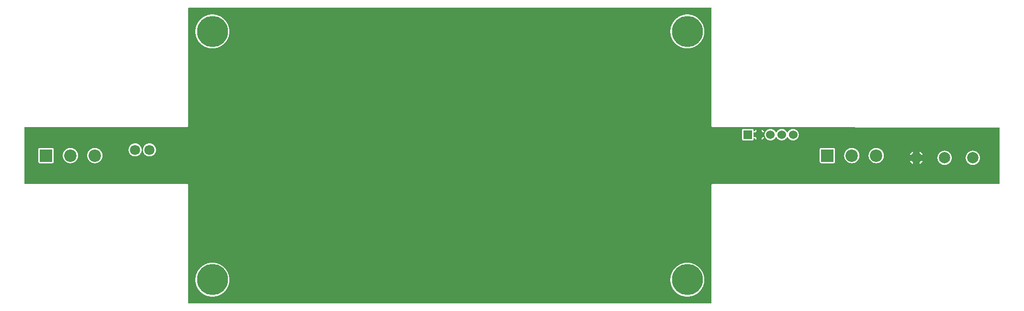
<source format=gbl>
G04 Layer: BottomLayer*
G04 EasyEDA v6.3.39, 2020-04-24T10:39:31-10:00*
G04 0f25efb224964ab9abe88dfcb523e386,a4d28be01f944deba2cf7c63a1f3ff09,10*
G04 Gerber Generator version 0.2*
G04 Scale: 100 percent, Rotated: No, Reflected: No *
G04 Dimensions in millimeters *
G04 leading zeros omitted , absolute positions ,3 integer and 3 decimal *
%FSLAX33Y33*%
%MOMM*%
G90*
G71D02*

%ADD12C,1.999996*%
%ADD14C,0.609600*%
%ADD16C,5.499989*%
%ADD17R,2.199996X2.199996*%
%ADD18C,2.199996*%
%ADD19R,1.524000X1.524000*%
%ADD20C,1.524000*%
%ADD21C,1.799996*%

%LPD*%
G36*
G01X121641Y52743D02*
G01X29358Y52743D01*
G01X29343Y52742D01*
G01X29329Y52739D01*
G01X29315Y52734D01*
G01X29303Y52727D01*
G01X29291Y52718D01*
G01X29281Y52708D01*
G01X29272Y52696D01*
G01X29265Y52684D01*
G01X29260Y52670D01*
G01X29257Y52656D01*
G01X29256Y52641D01*
G01X29256Y31800D01*
G01X29255Y31776D01*
G01X29251Y31752D01*
G01X29246Y31730D01*
G01X29239Y31707D01*
G01X29229Y31685D01*
G01X29217Y31665D01*
G01X29204Y31645D01*
G01X29189Y31626D01*
G01X29172Y31610D01*
G01X29154Y31595D01*
G01X29135Y31581D01*
G01X29114Y31570D01*
G01X29092Y31560D01*
G01X29070Y31553D01*
G01X29047Y31547D01*
G01X29023Y31544D01*
G01X29000Y31543D01*
G01X357Y31543D01*
G01X343Y31542D01*
G01X329Y31539D01*
G01X315Y31534D01*
G01X303Y31527D01*
G01X291Y31518D01*
G01X281Y31508D01*
G01X272Y31496D01*
G01X265Y31484D01*
G01X260Y31470D01*
G01X257Y31456D01*
G01X256Y31442D01*
G01X256Y21558D01*
G01X257Y21543D01*
G01X260Y21529D01*
G01X265Y21515D01*
G01X272Y21503D01*
G01X281Y21491D01*
G01X291Y21481D01*
G01X303Y21472D01*
G01X315Y21465D01*
G01X329Y21460D01*
G01X343Y21457D01*
G01X357Y21456D01*
G01X29000Y21455D01*
G01X29023Y21454D01*
G01X29047Y21451D01*
G01X29070Y21446D01*
G01X29092Y21438D01*
G01X29114Y21428D01*
G01X29135Y21417D01*
G01X29154Y21403D01*
G01X29172Y21388D01*
G01X29189Y21371D01*
G01X29204Y21353D01*
G01X29217Y21334D01*
G01X29229Y21313D01*
G01X29239Y21291D01*
G01X29246Y21269D01*
G01X29251Y21246D01*
G01X29255Y21223D01*
G01X29256Y21199D01*
G01X29256Y358D01*
G01X29257Y343D01*
G01X29260Y329D01*
G01X29265Y315D01*
G01X29272Y303D01*
G01X29281Y291D01*
G01X29291Y281D01*
G01X29303Y272D01*
G01X29315Y265D01*
G01X29329Y260D01*
G01X29343Y257D01*
G01X29358Y256D01*
G01X121641Y256D01*
G01X121655Y257D01*
G01X121669Y260D01*
G01X121683Y265D01*
G01X121696Y272D01*
G01X121707Y281D01*
G01X121718Y291D01*
G01X121726Y303D01*
G01X121733Y315D01*
G01X121738Y329D01*
G01X121742Y343D01*
G01X121743Y358D01*
G01X121743Y21199D01*
G01X121744Y21223D01*
G01X121747Y21246D01*
G01X121752Y21269D01*
G01X121760Y21291D01*
G01X121769Y21313D01*
G01X121781Y21334D01*
G01X121794Y21353D01*
G01X121810Y21371D01*
G01X121826Y21388D01*
G01X121845Y21403D01*
G01X121864Y21417D01*
G01X121885Y21428D01*
G01X121907Y21438D01*
G01X121929Y21446D01*
G01X121952Y21451D01*
G01X121975Y21454D01*
G01X121999Y21455D01*
G01X172642Y21456D01*
G01X172656Y21457D01*
G01X172670Y21460D01*
G01X172684Y21465D01*
G01X172696Y21472D01*
G01X172708Y21481D01*
G01X172718Y21491D01*
G01X172727Y21503D01*
G01X172734Y21515D01*
G01X172739Y21529D01*
G01X172742Y21543D01*
G01X172743Y21558D01*
G01X172743Y31342D01*
G01X172742Y31357D01*
G01X172739Y31371D01*
G01X172734Y31384D01*
G01X172727Y31397D01*
G01X172718Y31409D01*
G01X172708Y31419D01*
G01X172696Y31427D01*
G01X172684Y31434D01*
G01X172670Y31440D01*
G01X172656Y31443D01*
G01X172642Y31444D01*
G01X121999Y31544D01*
G01X121975Y31545D01*
G01X121951Y31549D01*
G01X121928Y31554D01*
G01X121906Y31561D01*
G01X121884Y31571D01*
G01X121864Y31583D01*
G01X121844Y31596D01*
G01X121826Y31611D01*
G01X121809Y31628D01*
G01X121794Y31646D01*
G01X121781Y31666D01*
G01X121769Y31686D01*
G01X121760Y31708D01*
G01X121752Y31731D01*
G01X121747Y31753D01*
G01X121744Y31777D01*
G01X121743Y31801D01*
G01X121743Y52641D01*
G01X121742Y52656D01*
G01X121738Y52670D01*
G01X121733Y52684D01*
G01X121726Y52696D01*
G01X121718Y52708D01*
G01X121707Y52718D01*
G01X121696Y52727D01*
G01X121683Y52734D01*
G01X121669Y52739D01*
G01X121655Y52742D01*
G01X121641Y52743D01*
G37*

%LPC*%
G36*
G01X33578Y7505D02*
G01X33499Y7506D01*
G01X33421Y7505D01*
G01X33342Y7502D01*
G01X33264Y7497D01*
G01X33185Y7489D01*
G01X33107Y7480D01*
G01X33029Y7469D01*
G01X32952Y7456D01*
G01X32875Y7441D01*
G01X32798Y7423D01*
G01X32721Y7403D01*
G01X32645Y7382D01*
G01X32570Y7359D01*
G01X32496Y7333D01*
G01X32422Y7306D01*
G01X32349Y7277D01*
G01X32277Y7246D01*
G01X32205Y7213D01*
G01X32134Y7178D01*
G01X32065Y7142D01*
G01X31996Y7103D01*
G01X31929Y7063D01*
G01X31862Y7021D01*
G01X31797Y6977D01*
G01X31733Y6932D01*
G01X31669Y6885D01*
G01X31608Y6836D01*
G01X31547Y6786D01*
G01X31488Y6734D01*
G01X31430Y6681D01*
G01X31373Y6625D01*
G01X31319Y6569D01*
G01X31265Y6511D01*
G01X31213Y6452D01*
G01X31163Y6392D01*
G01X31114Y6330D01*
G01X31067Y6267D01*
G01X31022Y6203D01*
G01X30978Y6137D01*
G01X30936Y6071D01*
G01X30896Y6003D01*
G01X30857Y5934D01*
G01X30821Y5864D01*
G01X30786Y5794D01*
G01X30753Y5723D01*
G01X30722Y5650D01*
G01X30693Y5577D01*
G01X30665Y5503D01*
G01X30640Y5428D01*
G01X30617Y5353D01*
G01X30596Y5278D01*
G01X30576Y5201D01*
G01X30559Y5125D01*
G01X30543Y5047D01*
G01X30530Y4970D01*
G01X30519Y4892D01*
G01X30509Y4814D01*
G01X30502Y4735D01*
G01X30497Y4657D01*
G01X30494Y4578D01*
G01X30493Y4499D01*
G01X30494Y4421D01*
G01X30497Y4342D01*
G01X30502Y4264D01*
G01X30509Y4185D01*
G01X30519Y4107D01*
G01X30530Y4029D01*
G01X30543Y3952D01*
G01X30559Y3874D01*
G01X30576Y3798D01*
G01X30596Y3722D01*
G01X30617Y3646D01*
G01X30640Y3571D01*
G01X30665Y3496D01*
G01X30693Y3422D01*
G01X30722Y3349D01*
G01X30753Y3277D01*
G01X30786Y3205D01*
G01X30821Y3135D01*
G01X30857Y3065D01*
G01X30896Y2996D01*
G01X30936Y2929D01*
G01X30978Y2862D01*
G01X31022Y2796D01*
G01X31067Y2732D01*
G01X31114Y2669D01*
G01X31163Y2607D01*
G01X31213Y2547D01*
G01X31265Y2488D01*
G01X31319Y2430D01*
G01X31373Y2374D01*
G01X31430Y2318D01*
G01X31488Y2265D01*
G01X31547Y2213D01*
G01X31608Y2163D01*
G01X31669Y2114D01*
G01X31733Y2067D01*
G01X31797Y2022D01*
G01X31862Y1978D01*
G01X31929Y1936D01*
G01X31996Y1896D01*
G01X32065Y1857D01*
G01X32134Y1821D01*
G01X32205Y1786D01*
G01X32277Y1753D01*
G01X32349Y1722D01*
G01X32422Y1693D01*
G01X32496Y1666D01*
G01X32570Y1640D01*
G01X32645Y1617D01*
G01X32721Y1596D01*
G01X32798Y1576D01*
G01X32875Y1558D01*
G01X32952Y1543D01*
G01X33029Y1530D01*
G01X33107Y1519D01*
G01X33185Y1510D01*
G01X33264Y1502D01*
G01X33342Y1497D01*
G01X33421Y1494D01*
G01X33499Y1493D01*
G01X33578Y1494D01*
G01X33657Y1497D01*
G01X33736Y1502D01*
G01X33814Y1510D01*
G01X33892Y1519D01*
G01X33970Y1530D01*
G01X34048Y1543D01*
G01X34125Y1558D01*
G01X34201Y1576D01*
G01X34278Y1596D01*
G01X34353Y1617D01*
G01X34429Y1640D01*
G01X34503Y1666D01*
G01X34577Y1693D01*
G01X34650Y1722D01*
G01X34722Y1753D01*
G01X34794Y1786D01*
G01X34864Y1821D01*
G01X34934Y1857D01*
G01X35003Y1896D01*
G01X35071Y1936D01*
G01X35137Y1978D01*
G01X35202Y2022D01*
G01X35267Y2067D01*
G01X35330Y2114D01*
G01X35392Y2163D01*
G01X35452Y2213D01*
G01X35511Y2265D01*
G01X35569Y2318D01*
G01X35625Y2374D01*
G01X35680Y2430D01*
G01X35734Y2488D01*
G01X35786Y2547D01*
G01X35836Y2607D01*
G01X35885Y2669D01*
G01X35932Y2732D01*
G01X35977Y2796D01*
G01X36021Y2862D01*
G01X36063Y2929D01*
G01X36103Y2996D01*
G01X36141Y3065D01*
G01X36179Y3135D01*
G01X36213Y3205D01*
G01X36246Y3277D01*
G01X36277Y3349D01*
G01X36307Y3422D01*
G01X36334Y3496D01*
G01X36359Y3571D01*
G01X36382Y3646D01*
G01X36404Y3722D01*
G01X36423Y3798D01*
G01X36440Y3874D01*
G01X36456Y3952D01*
G01X36469Y4029D01*
G01X36480Y4107D01*
G01X36489Y4185D01*
G01X36497Y4264D01*
G01X36502Y4342D01*
G01X36505Y4421D01*
G01X36506Y4499D01*
G01X36505Y4578D01*
G01X36502Y4657D01*
G01X36497Y4735D01*
G01X36489Y4814D01*
G01X36480Y4892D01*
G01X36469Y4970D01*
G01X36456Y5047D01*
G01X36440Y5125D01*
G01X36423Y5201D01*
G01X36404Y5278D01*
G01X36382Y5353D01*
G01X36359Y5428D01*
G01X36334Y5503D01*
G01X36307Y5577D01*
G01X36277Y5650D01*
G01X36246Y5723D01*
G01X36213Y5794D01*
G01X36179Y5864D01*
G01X36141Y5934D01*
G01X36103Y6003D01*
G01X36063Y6071D01*
G01X36021Y6137D01*
G01X35977Y6203D01*
G01X35932Y6267D01*
G01X35885Y6330D01*
G01X35836Y6392D01*
G01X35786Y6452D01*
G01X35734Y6511D01*
G01X35680Y6569D01*
G01X35625Y6625D01*
G01X35569Y6681D01*
G01X35511Y6734D01*
G01X35452Y6786D01*
G01X35392Y6836D01*
G01X35330Y6885D01*
G01X35267Y6932D01*
G01X35202Y6977D01*
G01X35137Y7021D01*
G01X35071Y7063D01*
G01X35003Y7103D01*
G01X34934Y7142D01*
G01X34864Y7178D01*
G01X34794Y7213D01*
G01X34722Y7246D01*
G01X34650Y7277D01*
G01X34577Y7306D01*
G01X34503Y7333D01*
G01X34429Y7359D01*
G01X34353Y7382D01*
G01X34278Y7403D01*
G01X34201Y7423D01*
G01X34125Y7441D01*
G01X34048Y7456D01*
G01X33970Y7469D01*
G01X33892Y7480D01*
G01X33814Y7489D01*
G01X33736Y7497D01*
G01X33657Y7502D01*
G01X33578Y7505D01*
G37*
G36*
G01X117578Y7505D02*
G01X117500Y7506D01*
G01X117421Y7505D01*
G01X117342Y7502D01*
G01X117264Y7497D01*
G01X117185Y7489D01*
G01X117107Y7480D01*
G01X117029Y7469D01*
G01X116952Y7456D01*
G01X116874Y7441D01*
G01X116798Y7423D01*
G01X116721Y7403D01*
G01X116646Y7382D01*
G01X116571Y7359D01*
G01X116496Y7333D01*
G01X116422Y7306D01*
G01X116349Y7277D01*
G01X116276Y7246D01*
G01X116205Y7213D01*
G01X116135Y7178D01*
G01X116065Y7142D01*
G01X115997Y7103D01*
G01X115928Y7063D01*
G01X115862Y7021D01*
G01X115796Y6977D01*
G01X115732Y6932D01*
G01X115669Y6885D01*
G01X115607Y6836D01*
G01X115547Y6786D01*
G01X115488Y6734D01*
G01X115430Y6681D01*
G01X115374Y6625D01*
G01X115319Y6569D01*
G01X115265Y6511D01*
G01X115213Y6452D01*
G01X115163Y6392D01*
G01X115114Y6330D01*
G01X115067Y6267D01*
G01X115022Y6203D01*
G01X114978Y6137D01*
G01X114936Y6071D01*
G01X114896Y6003D01*
G01X114858Y5934D01*
G01X114821Y5864D01*
G01X114786Y5794D01*
G01X114753Y5723D01*
G01X114722Y5650D01*
G01X114693Y5577D01*
G01X114666Y5503D01*
G01X114640Y5428D01*
G01X114617Y5353D01*
G01X114595Y5278D01*
G01X114576Y5201D01*
G01X114559Y5125D01*
G01X114543Y5047D01*
G01X114530Y4970D01*
G01X114519Y4892D01*
G01X114510Y4814D01*
G01X114503Y4735D01*
G01X114497Y4657D01*
G01X114494Y4578D01*
G01X114493Y4499D01*
G01X114494Y4421D01*
G01X114497Y4342D01*
G01X114503Y4264D01*
G01X114510Y4185D01*
G01X114519Y4107D01*
G01X114530Y4029D01*
G01X114543Y3952D01*
G01X114559Y3874D01*
G01X114576Y3798D01*
G01X114595Y3722D01*
G01X114617Y3646D01*
G01X114640Y3571D01*
G01X114666Y3496D01*
G01X114693Y3422D01*
G01X114722Y3349D01*
G01X114753Y3277D01*
G01X114786Y3205D01*
G01X114821Y3135D01*
G01X114858Y3065D01*
G01X114896Y2996D01*
G01X114936Y2929D01*
G01X114978Y2862D01*
G01X115022Y2796D01*
G01X115067Y2732D01*
G01X115114Y2669D01*
G01X115163Y2607D01*
G01X115213Y2547D01*
G01X115265Y2488D01*
G01X115319Y2430D01*
G01X115374Y2374D01*
G01X115430Y2318D01*
G01X115488Y2265D01*
G01X115547Y2213D01*
G01X115607Y2163D01*
G01X115669Y2114D01*
G01X115732Y2067D01*
G01X115796Y2022D01*
G01X115862Y1978D01*
G01X115928Y1936D01*
G01X115997Y1896D01*
G01X116065Y1857D01*
G01X116135Y1821D01*
G01X116205Y1786D01*
G01X116276Y1753D01*
G01X116349Y1722D01*
G01X116422Y1693D01*
G01X116496Y1666D01*
G01X116571Y1640D01*
G01X116646Y1617D01*
G01X116721Y1596D01*
G01X116798Y1576D01*
G01X116874Y1558D01*
G01X116952Y1543D01*
G01X117029Y1530D01*
G01X117107Y1519D01*
G01X117185Y1510D01*
G01X117264Y1502D01*
G01X117342Y1497D01*
G01X117421Y1494D01*
G01X117500Y1493D01*
G01X117578Y1494D01*
G01X117657Y1497D01*
G01X117735Y1502D01*
G01X117814Y1510D01*
G01X117892Y1519D01*
G01X117970Y1530D01*
G01X118047Y1543D01*
G01X118125Y1558D01*
G01X118201Y1576D01*
G01X118277Y1596D01*
G01X118354Y1617D01*
G01X118429Y1640D01*
G01X118503Y1666D01*
G01X118577Y1693D01*
G01X118650Y1722D01*
G01X118722Y1753D01*
G01X118794Y1786D01*
G01X118865Y1821D01*
G01X118934Y1857D01*
G01X119003Y1896D01*
G01X119070Y1936D01*
G01X119137Y1978D01*
G01X119203Y2022D01*
G01X119267Y2067D01*
G01X119330Y2114D01*
G01X119392Y2163D01*
G01X119452Y2213D01*
G01X119511Y2265D01*
G01X119569Y2318D01*
G01X119626Y2374D01*
G01X119681Y2430D01*
G01X119734Y2488D01*
G01X119786Y2547D01*
G01X119836Y2607D01*
G01X119885Y2669D01*
G01X119932Y2732D01*
G01X119977Y2796D01*
G01X120021Y2862D01*
G01X120063Y2929D01*
G01X120103Y2996D01*
G01X120142Y3065D01*
G01X120178Y3135D01*
G01X120213Y3205D01*
G01X120246Y3277D01*
G01X120277Y3349D01*
G01X120306Y3422D01*
G01X120334Y3496D01*
G01X120359Y3571D01*
G01X120382Y3646D01*
G01X120403Y3722D01*
G01X120423Y3798D01*
G01X120441Y3874D01*
G01X120456Y3952D01*
G01X120469Y4029D01*
G01X120480Y4107D01*
G01X120490Y4185D01*
G01X120497Y4264D01*
G01X120502Y4342D01*
G01X120505Y4421D01*
G01X120506Y4499D01*
G01X120505Y4578D01*
G01X120502Y4657D01*
G01X120497Y4735D01*
G01X120490Y4814D01*
G01X120480Y4892D01*
G01X120469Y4970D01*
G01X120456Y5047D01*
G01X120441Y5125D01*
G01X120423Y5201D01*
G01X120403Y5278D01*
G01X120382Y5353D01*
G01X120359Y5428D01*
G01X120334Y5503D01*
G01X120306Y5577D01*
G01X120277Y5650D01*
G01X120246Y5723D01*
G01X120213Y5794D01*
G01X120178Y5864D01*
G01X120142Y5934D01*
G01X120103Y6003D01*
G01X120063Y6071D01*
G01X120021Y6137D01*
G01X119977Y6203D01*
G01X119932Y6267D01*
G01X119885Y6330D01*
G01X119836Y6392D01*
G01X119786Y6452D01*
G01X119734Y6511D01*
G01X119681Y6569D01*
G01X119626Y6625D01*
G01X119569Y6681D01*
G01X119511Y6734D01*
G01X119452Y6786D01*
G01X119392Y6836D01*
G01X119330Y6885D01*
G01X119267Y6932D01*
G01X119203Y6977D01*
G01X119137Y7021D01*
G01X119070Y7063D01*
G01X119003Y7103D01*
G01X118934Y7142D01*
G01X118865Y7178D01*
G01X118794Y7213D01*
G01X118722Y7246D01*
G01X118650Y7277D01*
G01X118577Y7306D01*
G01X118503Y7333D01*
G01X118429Y7359D01*
G01X118354Y7382D01*
G01X118277Y7403D01*
G01X118201Y7423D01*
G01X118125Y7441D01*
G01X118047Y7456D01*
G01X117970Y7469D01*
G01X117892Y7480D01*
G01X117814Y7489D01*
G01X117735Y7497D01*
G01X117657Y7502D01*
G01X117578Y7505D01*
G37*
G36*
G01X163050Y27355D02*
G01X163000Y27356D01*
G01X162949Y27355D01*
G01X162899Y27352D01*
G01X162848Y27347D01*
G01X162798Y27340D01*
G01X162748Y27331D01*
G01X162699Y27320D01*
G01X162650Y27306D01*
G01X162601Y27291D01*
G01X162554Y27274D01*
G01X162507Y27256D01*
G01X162461Y27235D01*
G01X162416Y27212D01*
G01X162371Y27188D01*
G01X162328Y27162D01*
G01X162286Y27134D01*
G01X162245Y27104D01*
G01X162205Y27073D01*
G01X162166Y27040D01*
G01X162129Y27006D01*
G01X162093Y26970D01*
G01X162059Y26933D01*
G01X162026Y26894D01*
G01X161995Y26854D01*
G01X161965Y26813D01*
G01X161938Y26771D01*
G01X161912Y26728D01*
G01X161887Y26684D01*
G01X161864Y26638D01*
G01X161844Y26592D01*
G01X161825Y26545D01*
G01X161807Y26497D01*
G01X161793Y26449D01*
G01X161780Y26400D01*
G01X161768Y26351D01*
G01X161759Y26301D01*
G01X161752Y26251D01*
G01X161747Y26201D01*
G01X161744Y26150D01*
G01X161743Y26099D01*
G01X161744Y26049D01*
G01X161747Y25998D01*
G01X161752Y25948D01*
G01X161759Y25898D01*
G01X161768Y25848D01*
G01X161780Y25799D01*
G01X161793Y25750D01*
G01X161807Y25702D01*
G01X161825Y25654D01*
G01X161844Y25607D01*
G01X161864Y25561D01*
G01X161887Y25516D01*
G01X161912Y25471D01*
G01X161938Y25428D01*
G01X161965Y25386D01*
G01X161995Y25345D01*
G01X162026Y25305D01*
G01X162059Y25266D01*
G01X162093Y25229D01*
G01X162129Y25193D01*
G01X162166Y25159D01*
G01X162205Y25126D01*
G01X162245Y25095D01*
G01X162286Y25066D01*
G01X162328Y25038D01*
G01X162371Y25011D01*
G01X162416Y24987D01*
G01X162461Y24965D01*
G01X162507Y24944D01*
G01X162554Y24924D01*
G01X162601Y24908D01*
G01X162650Y24892D01*
G01X162699Y24880D01*
G01X162748Y24869D01*
G01X162798Y24859D01*
G01X162848Y24852D01*
G01X162899Y24847D01*
G01X162949Y24844D01*
G01X163000Y24843D01*
G01X163050Y24844D01*
G01X163101Y24847D01*
G01X163151Y24852D01*
G01X163201Y24859D01*
G01X163251Y24869D01*
G01X163300Y24880D01*
G01X163349Y24892D01*
G01X163398Y24908D01*
G01X163445Y24924D01*
G01X163492Y24944D01*
G01X163538Y24965D01*
G01X163583Y24987D01*
G01X163628Y25011D01*
G01X163671Y25038D01*
G01X163713Y25066D01*
G01X163755Y25095D01*
G01X163794Y25126D01*
G01X163833Y25159D01*
G01X163870Y25193D01*
G01X163906Y25229D01*
G01X163940Y25266D01*
G01X163973Y25305D01*
G01X164004Y25345D01*
G01X164034Y25386D01*
G01X164061Y25428D01*
G01X164088Y25471D01*
G01X164112Y25516D01*
G01X164135Y25561D01*
G01X164155Y25607D01*
G01X164174Y25654D01*
G01X164192Y25702D01*
G01X164206Y25750D01*
G01X164219Y25799D01*
G01X164231Y25848D01*
G01X164240Y25898D01*
G01X164247Y25948D01*
G01X164252Y25998D01*
G01X164255Y26049D01*
G01X164256Y26099D01*
G01X164255Y26150D01*
G01X164252Y26201D01*
G01X164247Y26251D01*
G01X164240Y26301D01*
G01X164231Y26351D01*
G01X164219Y26400D01*
G01X164206Y26449D01*
G01X164192Y26497D01*
G01X164174Y26545D01*
G01X164155Y26592D01*
G01X164135Y26638D01*
G01X164112Y26684D01*
G01X164088Y26728D01*
G01X164061Y26771D01*
G01X164034Y26813D01*
G01X164004Y26854D01*
G01X163973Y26894D01*
G01X163940Y26933D01*
G01X163906Y26970D01*
G01X163870Y27006D01*
G01X163833Y27040D01*
G01X163794Y27073D01*
G01X163755Y27104D01*
G01X163713Y27134D01*
G01X163671Y27162D01*
G01X163628Y27188D01*
G01X163583Y27212D01*
G01X163538Y27235D01*
G01X163492Y27256D01*
G01X163445Y27274D01*
G01X163398Y27291D01*
G01X163349Y27306D01*
G01X163300Y27320D01*
G01X163251Y27331D01*
G01X163201Y27340D01*
G01X163151Y27347D01*
G01X163101Y27352D01*
G01X163050Y27355D01*
G37*
G36*
G01X168050Y27355D02*
G01X167999Y27356D01*
G01X167949Y27355D01*
G01X167898Y27352D01*
G01X167848Y27347D01*
G01X167798Y27340D01*
G01X167748Y27331D01*
G01X167699Y27320D01*
G01X167650Y27306D01*
G01X167602Y27291D01*
G01X167554Y27274D01*
G01X167507Y27256D01*
G01X167461Y27235D01*
G01X167416Y27212D01*
G01X167371Y27188D01*
G01X167328Y27162D01*
G01X167286Y27134D01*
G01X167245Y27104D01*
G01X167205Y27073D01*
G01X167166Y27040D01*
G01X167129Y27006D01*
G01X167093Y26970D01*
G01X167059Y26933D01*
G01X167026Y26894D01*
G01X166995Y26854D01*
G01X166966Y26813D01*
G01X166938Y26771D01*
G01X166911Y26728D01*
G01X166887Y26684D01*
G01X166865Y26638D01*
G01X166844Y26592D01*
G01X166824Y26545D01*
G01X166792Y26449D01*
G01X166780Y26400D01*
G01X166769Y26351D01*
G01X166759Y26301D01*
G01X166752Y26251D01*
G01X166747Y26201D01*
G01X166744Y26150D01*
G01X166743Y26099D01*
G01X166744Y26049D01*
G01X166747Y25998D01*
G01X166752Y25948D01*
G01X166759Y25898D01*
G01X166769Y25848D01*
G01X166780Y25799D01*
G01X166792Y25750D01*
G01X166824Y25654D01*
G01X166844Y25607D01*
G01X166865Y25561D01*
G01X166887Y25516D01*
G01X166911Y25471D01*
G01X166938Y25428D01*
G01X166966Y25386D01*
G01X166995Y25345D01*
G01X167026Y25305D01*
G01X167059Y25266D01*
G01X167093Y25229D01*
G01X167129Y25193D01*
G01X167166Y25159D01*
G01X167205Y25126D01*
G01X167245Y25095D01*
G01X167286Y25066D01*
G01X167328Y25038D01*
G01X167371Y25011D01*
G01X167416Y24987D01*
G01X167461Y24965D01*
G01X167507Y24944D01*
G01X167554Y24924D01*
G01X167650Y24892D01*
G01X167699Y24880D01*
G01X167748Y24869D01*
G01X167798Y24859D01*
G01X167848Y24852D01*
G01X167898Y24847D01*
G01X167949Y24844D01*
G01X167999Y24843D01*
G01X168050Y24844D01*
G01X168101Y24847D01*
G01X168151Y24852D01*
G01X168201Y24859D01*
G01X168251Y24869D01*
G01X168300Y24880D01*
G01X168349Y24892D01*
G01X168445Y24924D01*
G01X168492Y24944D01*
G01X168538Y24965D01*
G01X168584Y24987D01*
G01X168628Y25011D01*
G01X168671Y25038D01*
G01X168713Y25066D01*
G01X168754Y25095D01*
G01X168795Y25126D01*
G01X168833Y25159D01*
G01X168870Y25193D01*
G01X168906Y25229D01*
G01X168940Y25266D01*
G01X168973Y25305D01*
G01X169004Y25345D01*
G01X169034Y25386D01*
G01X169062Y25428D01*
G01X169088Y25471D01*
G01X169112Y25516D01*
G01X169135Y25561D01*
G01X169156Y25607D01*
G01X169174Y25654D01*
G01X169191Y25702D01*
G01X169207Y25750D01*
G01X169220Y25799D01*
G01X169231Y25848D01*
G01X169240Y25898D01*
G01X169247Y25948D01*
G01X169252Y25998D01*
G01X169255Y26049D01*
G01X169256Y26099D01*
G01X169255Y26150D01*
G01X169252Y26201D01*
G01X169247Y26251D01*
G01X169240Y26301D01*
G01X169231Y26351D01*
G01X169220Y26400D01*
G01X169207Y26449D01*
G01X169191Y26497D01*
G01X169174Y26545D01*
G01X169156Y26592D01*
G01X169135Y26638D01*
G01X169112Y26684D01*
G01X169088Y26728D01*
G01X169062Y26771D01*
G01X169034Y26813D01*
G01X169004Y26854D01*
G01X168973Y26894D01*
G01X168940Y26933D01*
G01X168906Y26970D01*
G01X168870Y27006D01*
G01X168833Y27040D01*
G01X168795Y27073D01*
G01X168754Y27104D01*
G01X168713Y27134D01*
G01X168671Y27162D01*
G01X168628Y27188D01*
G01X168584Y27212D01*
G01X168538Y27235D01*
G01X168492Y27256D01*
G01X168445Y27274D01*
G01X168397Y27291D01*
G01X168349Y27306D01*
G01X168300Y27320D01*
G01X168251Y27331D01*
G01X168201Y27340D01*
G01X168151Y27347D01*
G01X168101Y27352D01*
G01X168050Y27355D01*
G37*
G36*
G01X157436Y25536D02*
G01X156876Y25536D01*
G01X156902Y25489D01*
G01X156929Y25442D01*
G01X156958Y25397D01*
G01X156989Y25353D01*
G01X157022Y25311D01*
G01X157056Y25270D01*
G01X157092Y25230D01*
G01X157130Y25192D01*
G01X157170Y25156D01*
G01X157211Y25122D01*
G01X157253Y25089D01*
G01X157297Y25058D01*
G01X157342Y25029D01*
G01X157388Y25002D01*
G01X157436Y24976D01*
G01X157436Y25536D01*
G37*
G36*
G01X159123Y25536D02*
G01X158563Y25536D01*
G01X158563Y24976D01*
G01X158611Y25002D01*
G01X158657Y25029D01*
G01X158702Y25058D01*
G01X158746Y25089D01*
G01X158788Y25122D01*
G01X158830Y25156D01*
G01X158869Y25192D01*
G01X158907Y25230D01*
G01X158943Y25270D01*
G01X158978Y25311D01*
G01X159010Y25353D01*
G01X159041Y25397D01*
G01X159070Y25442D01*
G01X159097Y25489D01*
G01X159123Y25536D01*
G37*
G36*
G01X150971Y27855D02*
G01X150917Y27856D01*
G01X150864Y27855D01*
G01X150811Y27852D01*
G01X150758Y27846D01*
G01X150705Y27839D01*
G01X150653Y27830D01*
G01X150601Y27818D01*
G01X150549Y27805D01*
G01X150498Y27790D01*
G01X150448Y27772D01*
G01X150398Y27753D01*
G01X150350Y27732D01*
G01X150302Y27708D01*
G01X150255Y27683D01*
G01X150209Y27656D01*
G01X150164Y27627D01*
G01X150120Y27597D01*
G01X150078Y27565D01*
G01X150037Y27531D01*
G01X149997Y27495D01*
G01X149958Y27459D01*
G01X149921Y27420D01*
G01X149886Y27381D01*
G01X149852Y27339D01*
G01X149820Y27297D01*
G01X149790Y27253D01*
G01X149761Y27208D01*
G01X149734Y27162D01*
G01X149709Y27115D01*
G01X149686Y27068D01*
G01X149664Y27018D01*
G01X149645Y26969D01*
G01X149628Y26919D01*
G01X149612Y26868D01*
G01X149599Y26816D01*
G01X149587Y26764D01*
G01X149578Y26712D01*
G01X149570Y26659D01*
G01X149565Y26606D01*
G01X149562Y26553D01*
G01X149561Y26500D01*
G01X149562Y26446D01*
G01X149565Y26393D01*
G01X149570Y26340D01*
G01X149578Y26287D01*
G01X149587Y26235D01*
G01X149599Y26183D01*
G01X149612Y26131D01*
G01X149628Y26080D01*
G01X149645Y26030D01*
G01X149664Y25981D01*
G01X149686Y25932D01*
G01X149709Y25884D01*
G01X149734Y25837D01*
G01X149761Y25791D01*
G01X149790Y25746D01*
G01X149820Y25702D01*
G01X149852Y25659D01*
G01X149886Y25618D01*
G01X149921Y25579D01*
G01X149958Y25540D01*
G01X149997Y25504D01*
G01X150037Y25468D01*
G01X150078Y25434D01*
G01X150120Y25402D01*
G01X150164Y25371D01*
G01X150209Y25343D01*
G01X150255Y25316D01*
G01X150302Y25291D01*
G01X150350Y25268D01*
G01X150398Y25246D01*
G01X150448Y25227D01*
G01X150498Y25209D01*
G01X150549Y25194D01*
G01X150601Y25180D01*
G01X150653Y25169D01*
G01X150705Y25160D01*
G01X150758Y25153D01*
G01X150811Y25147D01*
G01X150864Y25144D01*
G01X150917Y25143D01*
G01X150971Y25144D01*
G01X151024Y25147D01*
G01X151077Y25153D01*
G01X151130Y25160D01*
G01X151182Y25169D01*
G01X151234Y25180D01*
G01X151286Y25194D01*
G01X151337Y25209D01*
G01X151387Y25227D01*
G01X151437Y25246D01*
G01X151485Y25268D01*
G01X151534Y25291D01*
G01X151580Y25316D01*
G01X151626Y25343D01*
G01X151671Y25371D01*
G01X151715Y25402D01*
G01X151757Y25434D01*
G01X151798Y25468D01*
G01X151838Y25504D01*
G01X151877Y25540D01*
G01X151914Y25579D01*
G01X151949Y25618D01*
G01X151983Y25659D01*
G01X152015Y25702D01*
G01X152046Y25746D01*
G01X152074Y25791D01*
G01X152101Y25837D01*
G01X152126Y25884D01*
G01X152149Y25932D01*
G01X152171Y25981D01*
G01X152190Y26030D01*
G01X152208Y26080D01*
G01X152223Y26131D01*
G01X152237Y26183D01*
G01X152248Y26235D01*
G01X152258Y26287D01*
G01X152265Y26340D01*
G01X152270Y26393D01*
G01X152273Y26446D01*
G01X152274Y26500D01*
G01X152273Y26553D01*
G01X152270Y26606D01*
G01X152265Y26659D01*
G01X152258Y26712D01*
G01X152248Y26764D01*
G01X152237Y26816D01*
G01X152223Y26868D01*
G01X152208Y26919D01*
G01X152190Y26969D01*
G01X152171Y27018D01*
G01X152149Y27068D01*
G01X152126Y27115D01*
G01X152101Y27162D01*
G01X152074Y27208D01*
G01X152046Y27253D01*
G01X152015Y27297D01*
G01X151983Y27339D01*
G01X151949Y27381D01*
G01X151914Y27420D01*
G01X151877Y27459D01*
G01X151838Y27495D01*
G01X151798Y27531D01*
G01X151757Y27565D01*
G01X151715Y27597D01*
G01X151671Y27627D01*
G01X151626Y27656D01*
G01X151580Y27683D01*
G01X151534Y27708D01*
G01X151485Y27732D01*
G01X151437Y27753D01*
G01X151387Y27772D01*
G01X151337Y27790D01*
G01X151286Y27805D01*
G01X151234Y27818D01*
G01X151182Y27830D01*
G01X151130Y27839D01*
G01X151077Y27846D01*
G01X151024Y27852D01*
G01X150971Y27855D01*
G37*
G36*
G01X146653Y27855D02*
G01X146599Y27856D01*
G01X146546Y27855D01*
G01X146493Y27852D01*
G01X146440Y27846D01*
G01X146387Y27839D01*
G01X146335Y27830D01*
G01X146283Y27818D01*
G01X146231Y27805D01*
G01X146180Y27790D01*
G01X146130Y27772D01*
G01X146080Y27753D01*
G01X146032Y27732D01*
G01X145984Y27708D01*
G01X145937Y27683D01*
G01X145891Y27656D01*
G01X145846Y27627D01*
G01X145802Y27597D01*
G01X145760Y27565D01*
G01X145719Y27531D01*
G01X145679Y27495D01*
G01X145640Y27459D01*
G01X145603Y27420D01*
G01X145568Y27381D01*
G01X145534Y27339D01*
G01X145502Y27297D01*
G01X145472Y27253D01*
G01X145443Y27208D01*
G01X145416Y27162D01*
G01X145391Y27115D01*
G01X145368Y27068D01*
G01X145346Y27018D01*
G01X145327Y26969D01*
G01X145310Y26919D01*
G01X145294Y26868D01*
G01X145281Y26816D01*
G01X145269Y26764D01*
G01X145260Y26712D01*
G01X145252Y26659D01*
G01X145247Y26606D01*
G01X145244Y26553D01*
G01X145243Y26500D01*
G01X145244Y26446D01*
G01X145247Y26393D01*
G01X145252Y26340D01*
G01X145260Y26287D01*
G01X145269Y26235D01*
G01X145281Y26183D01*
G01X145294Y26131D01*
G01X145310Y26080D01*
G01X145327Y26030D01*
G01X145346Y25981D01*
G01X145368Y25932D01*
G01X145391Y25884D01*
G01X145416Y25837D01*
G01X145443Y25791D01*
G01X145472Y25746D01*
G01X145502Y25702D01*
G01X145534Y25659D01*
G01X145568Y25618D01*
G01X145603Y25579D01*
G01X145640Y25540D01*
G01X145679Y25504D01*
G01X145719Y25468D01*
G01X145760Y25434D01*
G01X145802Y25402D01*
G01X145846Y25371D01*
G01X145891Y25343D01*
G01X145937Y25316D01*
G01X145984Y25291D01*
G01X146032Y25268D01*
G01X146080Y25246D01*
G01X146130Y25227D01*
G01X146180Y25209D01*
G01X146231Y25194D01*
G01X146283Y25180D01*
G01X146335Y25169D01*
G01X146387Y25160D01*
G01X146440Y25153D01*
G01X146493Y25147D01*
G01X146546Y25144D01*
G01X146599Y25143D01*
G01X146653Y25144D01*
G01X146706Y25147D01*
G01X146759Y25153D01*
G01X146812Y25160D01*
G01X146864Y25169D01*
G01X146916Y25180D01*
G01X146968Y25194D01*
G01X147019Y25209D01*
G01X147069Y25227D01*
G01X147119Y25246D01*
G01X147167Y25268D01*
G01X147216Y25291D01*
G01X147262Y25316D01*
G01X147308Y25343D01*
G01X147353Y25371D01*
G01X147397Y25402D01*
G01X147439Y25434D01*
G01X147480Y25468D01*
G01X147520Y25504D01*
G01X147559Y25540D01*
G01X147596Y25579D01*
G01X147631Y25618D01*
G01X147665Y25659D01*
G01X147697Y25702D01*
G01X147728Y25746D01*
G01X147756Y25791D01*
G01X147783Y25837D01*
G01X147808Y25884D01*
G01X147831Y25932D01*
G01X147853Y25981D01*
G01X147872Y26030D01*
G01X147890Y26080D01*
G01X147905Y26131D01*
G01X147919Y26183D01*
G01X147930Y26235D01*
G01X147940Y26287D01*
G01X147947Y26340D01*
G01X147952Y26393D01*
G01X147955Y26446D01*
G01X147956Y26500D01*
G01X147955Y26553D01*
G01X147952Y26606D01*
G01X147947Y26659D01*
G01X147940Y26712D01*
G01X147930Y26764D01*
G01X147919Y26816D01*
G01X147905Y26868D01*
G01X147890Y26919D01*
G01X147872Y26969D01*
G01X147853Y27018D01*
G01X147831Y27068D01*
G01X147808Y27115D01*
G01X147783Y27162D01*
G01X147756Y27208D01*
G01X147728Y27253D01*
G01X147697Y27297D01*
G01X147665Y27339D01*
G01X147631Y27381D01*
G01X147596Y27420D01*
G01X147559Y27459D01*
G01X147520Y27495D01*
G01X147480Y27531D01*
G01X147439Y27565D01*
G01X147397Y27597D01*
G01X147353Y27627D01*
G01X147308Y27656D01*
G01X147262Y27683D01*
G01X147216Y27708D01*
G01X147167Y27732D01*
G01X147119Y27753D01*
G01X147069Y27772D01*
G01X147019Y27790D01*
G01X146968Y27805D01*
G01X146916Y27818D01*
G01X146864Y27830D01*
G01X146812Y27839D01*
G01X146759Y27846D01*
G01X146706Y27852D01*
G01X146653Y27855D01*
G37*
G36*
G01X12771Y27855D02*
G01X12718Y27856D01*
G01X12664Y27855D01*
G01X12611Y27852D01*
G01X12558Y27846D01*
G01X12505Y27839D01*
G01X12453Y27830D01*
G01X12401Y27818D01*
G01X12349Y27805D01*
G01X12299Y27790D01*
G01X12248Y27772D01*
G01X12198Y27753D01*
G01X12150Y27732D01*
G01X12101Y27708D01*
G01X12055Y27683D01*
G01X12009Y27656D01*
G01X11964Y27627D01*
G01X11920Y27597D01*
G01X11878Y27565D01*
G01X11837Y27531D01*
G01X11797Y27495D01*
G01X11759Y27459D01*
G01X11721Y27420D01*
G01X11686Y27381D01*
G01X11652Y27339D01*
G01X11620Y27297D01*
G01X11589Y27253D01*
G01X11561Y27208D01*
G01X11534Y27162D01*
G01X11509Y27115D01*
G01X11486Y27068D01*
G01X11464Y27018D01*
G01X11445Y26969D01*
G01X11427Y26919D01*
G01X11412Y26868D01*
G01X11398Y26816D01*
G01X11387Y26764D01*
G01X11378Y26712D01*
G01X11370Y26659D01*
G01X11365Y26606D01*
G01X11362Y26553D01*
G01X11361Y26500D01*
G01X11362Y26446D01*
G01X11365Y26393D01*
G01X11370Y26340D01*
G01X11378Y26287D01*
G01X11387Y26235D01*
G01X11398Y26183D01*
G01X11412Y26131D01*
G01X11427Y26080D01*
G01X11445Y26030D01*
G01X11464Y25981D01*
G01X11486Y25932D01*
G01X11509Y25884D01*
G01X11534Y25837D01*
G01X11561Y25791D01*
G01X11589Y25746D01*
G01X11620Y25702D01*
G01X11652Y25659D01*
G01X11686Y25618D01*
G01X11721Y25579D01*
G01X11759Y25540D01*
G01X11797Y25504D01*
G01X11837Y25468D01*
G01X11878Y25434D01*
G01X11920Y25402D01*
G01X11964Y25371D01*
G01X12009Y25343D01*
G01X12055Y25316D01*
G01X12101Y25291D01*
G01X12150Y25268D01*
G01X12198Y25246D01*
G01X12248Y25227D01*
G01X12299Y25209D01*
G01X12349Y25194D01*
G01X12401Y25180D01*
G01X12453Y25169D01*
G01X12505Y25160D01*
G01X12558Y25153D01*
G01X12611Y25147D01*
G01X12664Y25144D01*
G01X12718Y25143D01*
G01X12771Y25144D01*
G01X12824Y25147D01*
G01X12877Y25153D01*
G01X12930Y25160D01*
G01X12982Y25169D01*
G01X13034Y25180D01*
G01X13086Y25194D01*
G01X13137Y25209D01*
G01X13187Y25227D01*
G01X13237Y25246D01*
G01X13286Y25268D01*
G01X13333Y25291D01*
G01X13381Y25316D01*
G01X13426Y25343D01*
G01X13471Y25371D01*
G01X13515Y25402D01*
G01X13557Y25434D01*
G01X13598Y25468D01*
G01X13638Y25504D01*
G01X13677Y25540D01*
G01X13714Y25579D01*
G01X13749Y25618D01*
G01X13783Y25659D01*
G01X13815Y25702D01*
G01X13845Y25746D01*
G01X13874Y25791D01*
G01X13901Y25837D01*
G01X13926Y25884D01*
G01X13950Y25932D01*
G01X13971Y25981D01*
G01X13990Y26030D01*
G01X14007Y26080D01*
G01X14023Y26131D01*
G01X14036Y26183D01*
G01X14048Y26235D01*
G01X14057Y26287D01*
G01X14065Y26340D01*
G01X14070Y26393D01*
G01X14073Y26446D01*
G01X14074Y26500D01*
G01X14073Y26553D01*
G01X14070Y26606D01*
G01X14065Y26659D01*
G01X14057Y26712D01*
G01X14048Y26764D01*
G01X14036Y26816D01*
G01X14023Y26868D01*
G01X14007Y26919D01*
G01X13990Y26969D01*
G01X13971Y27018D01*
G01X13950Y27068D01*
G01X13926Y27115D01*
G01X13901Y27162D01*
G01X13874Y27208D01*
G01X13845Y27253D01*
G01X13815Y27297D01*
G01X13783Y27339D01*
G01X13749Y27381D01*
G01X13714Y27420D01*
G01X13677Y27459D01*
G01X13638Y27495D01*
G01X13598Y27531D01*
G01X13557Y27565D01*
G01X13515Y27597D01*
G01X13471Y27627D01*
G01X13426Y27656D01*
G01X13381Y27683D01*
G01X13333Y27708D01*
G01X13286Y27732D01*
G01X13237Y27753D01*
G01X13187Y27772D01*
G01X13137Y27790D01*
G01X13086Y27805D01*
G01X13034Y27818D01*
G01X12982Y27830D01*
G01X12930Y27839D01*
G01X12877Y27846D01*
G01X12824Y27852D01*
G01X12771Y27855D01*
G37*
G36*
G01X5181Y27856D02*
G01X2981Y27856D01*
G01X2958Y27855D01*
G01X2935Y27852D01*
G01X2911Y27846D01*
G01X2889Y27839D01*
G01X2867Y27829D01*
G01X2847Y27817D01*
G01X2827Y27804D01*
G01X2809Y27789D01*
G01X2792Y27772D01*
G01X2777Y27754D01*
G01X2763Y27735D01*
G01X2752Y27714D01*
G01X2743Y27692D01*
G01X2735Y27670D01*
G01X2729Y27647D01*
G01X2726Y27623D01*
G01X2725Y27600D01*
G01X2725Y25399D01*
G01X2726Y25376D01*
G01X2729Y25352D01*
G01X2735Y25329D01*
G01X2743Y25307D01*
G01X2752Y25285D01*
G01X2763Y25264D01*
G01X2777Y25245D01*
G01X2792Y25227D01*
G01X2809Y25210D01*
G01X2827Y25195D01*
G01X2847Y25181D01*
G01X2867Y25170D01*
G01X2889Y25160D01*
G01X2911Y25153D01*
G01X2935Y25147D01*
G01X2958Y25144D01*
G01X2981Y25143D01*
G01X5181Y25143D01*
G01X5205Y25144D01*
G01X5229Y25147D01*
G01X5252Y25153D01*
G01X5274Y25160D01*
G01X5296Y25170D01*
G01X5317Y25181D01*
G01X5336Y25195D01*
G01X5354Y25210D01*
G01X5371Y25227D01*
G01X5386Y25245D01*
G01X5400Y25264D01*
G01X5411Y25285D01*
G01X5421Y25307D01*
G01X5428Y25329D01*
G01X5434Y25352D01*
G01X5437Y25376D01*
G01X5438Y25399D01*
G01X5438Y27600D01*
G01X5437Y27623D01*
G01X5434Y27647D01*
G01X5428Y27670D01*
G01X5421Y27692D01*
G01X5411Y27714D01*
G01X5400Y27735D01*
G01X5386Y27754D01*
G01X5371Y27772D01*
G01X5354Y27789D01*
G01X5336Y27804D01*
G01X5317Y27817D01*
G01X5296Y27829D01*
G01X5274Y27839D01*
G01X5252Y27846D01*
G01X5229Y27852D01*
G01X5205Y27855D01*
G01X5181Y27856D01*
G37*
G36*
G01X8453Y27855D02*
G01X8400Y27856D01*
G01X8346Y27855D01*
G01X8293Y27852D01*
G01X8240Y27846D01*
G01X8187Y27839D01*
G01X8135Y27830D01*
G01X8083Y27818D01*
G01X8031Y27805D01*
G01X7981Y27790D01*
G01X7930Y27772D01*
G01X7880Y27753D01*
G01X7832Y27732D01*
G01X7783Y27708D01*
G01X7737Y27683D01*
G01X7691Y27656D01*
G01X7646Y27627D01*
G01X7602Y27597D01*
G01X7560Y27565D01*
G01X7519Y27531D01*
G01X7479Y27495D01*
G01X7441Y27459D01*
G01X7403Y27420D01*
G01X7368Y27381D01*
G01X7334Y27339D01*
G01X7302Y27297D01*
G01X7271Y27253D01*
G01X7243Y27208D01*
G01X7216Y27162D01*
G01X7191Y27115D01*
G01X7168Y27068D01*
G01X7146Y27018D01*
G01X7127Y26969D01*
G01X7109Y26919D01*
G01X7094Y26868D01*
G01X7080Y26816D01*
G01X7069Y26764D01*
G01X7060Y26712D01*
G01X7052Y26659D01*
G01X7047Y26606D01*
G01X7044Y26553D01*
G01X7043Y26500D01*
G01X7044Y26446D01*
G01X7047Y26393D01*
G01X7052Y26340D01*
G01X7060Y26287D01*
G01X7069Y26235D01*
G01X7080Y26183D01*
G01X7094Y26131D01*
G01X7109Y26080D01*
G01X7127Y26030D01*
G01X7146Y25981D01*
G01X7168Y25932D01*
G01X7191Y25884D01*
G01X7216Y25837D01*
G01X7243Y25791D01*
G01X7271Y25746D01*
G01X7302Y25702D01*
G01X7334Y25659D01*
G01X7368Y25618D01*
G01X7403Y25579D01*
G01X7441Y25540D01*
G01X7479Y25504D01*
G01X7519Y25468D01*
G01X7560Y25434D01*
G01X7602Y25402D01*
G01X7646Y25371D01*
G01X7691Y25343D01*
G01X7737Y25316D01*
G01X7783Y25291D01*
G01X7832Y25268D01*
G01X7880Y25246D01*
G01X7930Y25227D01*
G01X7981Y25209D01*
G01X8031Y25194D01*
G01X8083Y25180D01*
G01X8135Y25169D01*
G01X8187Y25160D01*
G01X8240Y25153D01*
G01X8293Y25147D01*
G01X8346Y25144D01*
G01X8400Y25143D01*
G01X8453Y25144D01*
G01X8506Y25147D01*
G01X8559Y25153D01*
G01X8612Y25160D01*
G01X8664Y25169D01*
G01X8716Y25180D01*
G01X8768Y25194D01*
G01X8819Y25209D01*
G01X8869Y25227D01*
G01X8919Y25246D01*
G01X8968Y25268D01*
G01X9015Y25291D01*
G01X9063Y25316D01*
G01X9108Y25343D01*
G01X9153Y25371D01*
G01X9197Y25402D01*
G01X9239Y25434D01*
G01X9280Y25468D01*
G01X9320Y25504D01*
G01X9359Y25540D01*
G01X9396Y25579D01*
G01X9431Y25618D01*
G01X9465Y25659D01*
G01X9497Y25702D01*
G01X9527Y25746D01*
G01X9556Y25791D01*
G01X9583Y25837D01*
G01X9608Y25884D01*
G01X9632Y25932D01*
G01X9653Y25981D01*
G01X9672Y26030D01*
G01X9689Y26080D01*
G01X9705Y26131D01*
G01X9718Y26183D01*
G01X9730Y26235D01*
G01X9739Y26287D01*
G01X9747Y26340D01*
G01X9752Y26393D01*
G01X9755Y26446D01*
G01X9756Y26500D01*
G01X9755Y26553D01*
G01X9752Y26606D01*
G01X9747Y26659D01*
G01X9739Y26712D01*
G01X9730Y26764D01*
G01X9718Y26816D01*
G01X9705Y26868D01*
G01X9689Y26919D01*
G01X9672Y26969D01*
G01X9653Y27018D01*
G01X9632Y27068D01*
G01X9608Y27115D01*
G01X9583Y27162D01*
G01X9556Y27208D01*
G01X9527Y27253D01*
G01X9497Y27297D01*
G01X9465Y27339D01*
G01X9431Y27381D01*
G01X9396Y27420D01*
G01X9359Y27459D01*
G01X9320Y27495D01*
G01X9280Y27531D01*
G01X9239Y27565D01*
G01X9197Y27597D01*
G01X9153Y27627D01*
G01X9108Y27656D01*
G01X9063Y27683D01*
G01X9015Y27708D01*
G01X8968Y27732D01*
G01X8919Y27753D01*
G01X8869Y27772D01*
G01X8819Y27790D01*
G01X8768Y27805D01*
G01X8716Y27818D01*
G01X8664Y27830D01*
G01X8612Y27839D01*
G01X8559Y27846D01*
G01X8506Y27852D01*
G01X8453Y27855D01*
G37*
G36*
G01X143382Y27856D02*
G01X141182Y27856D01*
G01X141158Y27855D01*
G01X141134Y27852D01*
G01X141112Y27846D01*
G01X141089Y27839D01*
G01X141067Y27829D01*
G01X141047Y27817D01*
G01X141027Y27804D01*
G01X141009Y27789D01*
G01X140992Y27772D01*
G01X140977Y27754D01*
G01X140963Y27735D01*
G01X140952Y27714D01*
G01X140942Y27692D01*
G01X140935Y27670D01*
G01X140929Y27647D01*
G01X140926Y27623D01*
G01X140925Y27600D01*
G01X140925Y25399D01*
G01X140926Y25376D01*
G01X140929Y25352D01*
G01X140935Y25329D01*
G01X140942Y25307D01*
G01X140952Y25285D01*
G01X140963Y25264D01*
G01X140977Y25245D01*
G01X140992Y25227D01*
G01X141009Y25210D01*
G01X141027Y25195D01*
G01X141047Y25181D01*
G01X141067Y25170D01*
G01X141089Y25160D01*
G01X141112Y25153D01*
G01X141134Y25147D01*
G01X141158Y25144D01*
G01X141182Y25143D01*
G01X143382Y25143D01*
G01X143405Y25144D01*
G01X143429Y25147D01*
G01X143452Y25153D01*
G01X143474Y25160D01*
G01X143496Y25170D01*
G01X143516Y25181D01*
G01X143536Y25195D01*
G01X143555Y25210D01*
G01X143571Y25227D01*
G01X143587Y25245D01*
G01X143600Y25264D01*
G01X143611Y25285D01*
G01X143621Y25307D01*
G01X143628Y25329D01*
G01X143634Y25352D01*
G01X143637Y25376D01*
G01X143638Y25399D01*
G01X143638Y27600D01*
G01X143637Y27623D01*
G01X143634Y27647D01*
G01X143628Y27670D01*
G01X143621Y27692D01*
G01X143611Y27714D01*
G01X143600Y27735D01*
G01X143587Y27754D01*
G01X143571Y27772D01*
G01X143555Y27789D01*
G01X143536Y27804D01*
G01X143516Y27817D01*
G01X143496Y27829D01*
G01X143474Y27839D01*
G01X143452Y27846D01*
G01X143429Y27852D01*
G01X143405Y27855D01*
G01X143382Y27856D01*
G37*
G36*
G01X19878Y28655D02*
G01X19830Y28656D01*
G01X19780Y28655D01*
G01X19732Y28652D01*
G01X19683Y28647D01*
G01X19634Y28639D01*
G01X19586Y28630D01*
G01X19538Y28619D01*
G01X19491Y28605D01*
G01X19444Y28590D01*
G01X19398Y28573D01*
G01X19353Y28554D01*
G01X19309Y28532D01*
G01X19265Y28509D01*
G01X19223Y28484D01*
G01X19182Y28458D01*
G01X19142Y28430D01*
G01X19103Y28399D01*
G01X19066Y28368D01*
G01X19029Y28335D01*
G01X18994Y28300D01*
G01X18961Y28264D01*
G01X18929Y28226D01*
G01X18899Y28187D01*
G01X18872Y28147D01*
G01X18845Y28106D01*
G01X18820Y28063D01*
G01X18797Y28020D01*
G01X18776Y27976D01*
G01X18756Y27931D01*
G01X18739Y27885D01*
G01X18724Y27838D01*
G01X18710Y27791D01*
G01X18699Y27743D01*
G01X18690Y27695D01*
G01X18683Y27646D01*
G01X18677Y27598D01*
G01X18674Y27549D01*
G01X18673Y27499D01*
G01X18674Y27450D01*
G01X18677Y27401D01*
G01X18683Y27353D01*
G01X18690Y27304D01*
G01X18699Y27256D01*
G01X18710Y27208D01*
G01X18724Y27161D01*
G01X18739Y27114D01*
G01X18756Y27068D01*
G01X18776Y27023D01*
G01X18797Y26979D01*
G01X18820Y26936D01*
G01X18845Y26893D01*
G01X18872Y26852D01*
G01X18899Y26812D01*
G01X18929Y26773D01*
G01X18961Y26735D01*
G01X18994Y26699D01*
G01X19029Y26664D01*
G01X19066Y26631D01*
G01X19103Y26600D01*
G01X19142Y26570D01*
G01X19182Y26541D01*
G01X19223Y26514D01*
G01X19265Y26490D01*
G01X19309Y26467D01*
G01X19353Y26446D01*
G01X19398Y26427D01*
G01X19444Y26409D01*
G01X19491Y26394D01*
G01X19538Y26380D01*
G01X19586Y26369D01*
G01X19634Y26360D01*
G01X19683Y26352D01*
G01X19732Y26347D01*
G01X19780Y26344D01*
G01X19830Y26343D01*
G01X19878Y26344D01*
G01X19928Y26347D01*
G01X19976Y26352D01*
G01X20025Y26360D01*
G01X20073Y26369D01*
G01X20121Y26380D01*
G01X20168Y26394D01*
G01X20215Y26409D01*
G01X20261Y26427D01*
G01X20306Y26446D01*
G01X20350Y26467D01*
G01X20393Y26490D01*
G01X20436Y26514D01*
G01X20477Y26541D01*
G01X20517Y26570D01*
G01X20556Y26600D01*
G01X20594Y26631D01*
G01X20630Y26664D01*
G01X20664Y26699D01*
G01X20698Y26735D01*
G01X20729Y26773D01*
G01X20759Y26812D01*
G01X20788Y26852D01*
G01X20814Y26893D01*
G01X20839Y26936D01*
G01X20862Y26979D01*
G01X20883Y27023D01*
G01X20903Y27068D01*
G01X20920Y27114D01*
G01X20936Y27161D01*
G01X20949Y27208D01*
G01X20960Y27256D01*
G01X20970Y27304D01*
G01X20977Y27353D01*
G01X20982Y27401D01*
G01X20985Y27450D01*
G01X20986Y27499D01*
G01X20985Y27549D01*
G01X20982Y27598D01*
G01X20977Y27646D01*
G01X20970Y27695D01*
G01X20960Y27743D01*
G01X20949Y27791D01*
G01X20936Y27838D01*
G01X20920Y27885D01*
G01X20903Y27931D01*
G01X20883Y27976D01*
G01X20862Y28020D01*
G01X20839Y28063D01*
G01X20814Y28106D01*
G01X20788Y28147D01*
G01X20759Y28187D01*
G01X20729Y28226D01*
G01X20698Y28264D01*
G01X20664Y28300D01*
G01X20630Y28335D01*
G01X20594Y28368D01*
G01X20556Y28399D01*
G01X20517Y28430D01*
G01X20477Y28458D01*
G01X20436Y28484D01*
G01X20393Y28509D01*
G01X20350Y28532D01*
G01X20306Y28554D01*
G01X20261Y28573D01*
G01X20215Y28590D01*
G01X20168Y28605D01*
G01X20121Y28619D01*
G01X20073Y28630D01*
G01X20025Y28639D01*
G01X19976Y28647D01*
G01X19928Y28652D01*
G01X19878Y28655D01*
G37*
G36*
G01X22418Y28655D02*
G01X22370Y28656D01*
G01X22320Y28655D01*
G01X22272Y28652D01*
G01X22223Y28647D01*
G01X22174Y28639D01*
G01X22126Y28630D01*
G01X22078Y28619D01*
G01X22031Y28605D01*
G01X21984Y28590D01*
G01X21938Y28573D01*
G01X21893Y28554D01*
G01X21849Y28532D01*
G01X21805Y28509D01*
G01X21763Y28484D01*
G01X21722Y28458D01*
G01X21682Y28430D01*
G01X21643Y28399D01*
G01X21606Y28368D01*
G01X21569Y28335D01*
G01X21534Y28300D01*
G01X21501Y28264D01*
G01X21469Y28226D01*
G01X21439Y28187D01*
G01X21412Y28147D01*
G01X21385Y28106D01*
G01X21360Y28063D01*
G01X21337Y28020D01*
G01X21316Y27976D01*
G01X21296Y27931D01*
G01X21279Y27885D01*
G01X21264Y27838D01*
G01X21250Y27791D01*
G01X21239Y27743D01*
G01X21230Y27695D01*
G01X21223Y27646D01*
G01X21217Y27598D01*
G01X21214Y27549D01*
G01X21213Y27499D01*
G01X21214Y27450D01*
G01X21217Y27401D01*
G01X21223Y27353D01*
G01X21230Y27304D01*
G01X21239Y27256D01*
G01X21250Y27208D01*
G01X21264Y27161D01*
G01X21279Y27114D01*
G01X21296Y27068D01*
G01X21316Y27023D01*
G01X21337Y26979D01*
G01X21360Y26936D01*
G01X21385Y26893D01*
G01X21412Y26852D01*
G01X21439Y26812D01*
G01X21469Y26773D01*
G01X21501Y26735D01*
G01X21534Y26699D01*
G01X21569Y26664D01*
G01X21606Y26631D01*
G01X21643Y26600D01*
G01X21682Y26570D01*
G01X21722Y26541D01*
G01X21763Y26514D01*
G01X21805Y26490D01*
G01X21849Y26467D01*
G01X21893Y26446D01*
G01X21938Y26427D01*
G01X21984Y26409D01*
G01X22031Y26394D01*
G01X22078Y26380D01*
G01X22126Y26369D01*
G01X22174Y26360D01*
G01X22223Y26352D01*
G01X22272Y26347D01*
G01X22320Y26344D01*
G01X22370Y26343D01*
G01X22418Y26344D01*
G01X22468Y26347D01*
G01X22516Y26352D01*
G01X22565Y26360D01*
G01X22613Y26369D01*
G01X22661Y26380D01*
G01X22708Y26394D01*
G01X22755Y26409D01*
G01X22801Y26427D01*
G01X22846Y26446D01*
G01X22890Y26467D01*
G01X22933Y26490D01*
G01X22976Y26514D01*
G01X23017Y26541D01*
G01X23057Y26570D01*
G01X23096Y26600D01*
G01X23134Y26631D01*
G01X23170Y26664D01*
G01X23204Y26699D01*
G01X23238Y26735D01*
G01X23269Y26773D01*
G01X23299Y26812D01*
G01X23328Y26852D01*
G01X23354Y26893D01*
G01X23379Y26936D01*
G01X23402Y26979D01*
G01X23423Y27023D01*
G01X23443Y27068D01*
G01X23460Y27114D01*
G01X23476Y27161D01*
G01X23489Y27208D01*
G01X23500Y27256D01*
G01X23510Y27304D01*
G01X23517Y27353D01*
G01X23522Y27401D01*
G01X23525Y27450D01*
G01X23526Y27499D01*
G01X23525Y27549D01*
G01X23522Y27598D01*
G01X23517Y27646D01*
G01X23510Y27695D01*
G01X23500Y27743D01*
G01X23489Y27791D01*
G01X23476Y27838D01*
G01X23460Y27885D01*
G01X23443Y27931D01*
G01X23423Y27976D01*
G01X23402Y28020D01*
G01X23379Y28063D01*
G01X23354Y28106D01*
G01X23328Y28147D01*
G01X23299Y28187D01*
G01X23269Y28226D01*
G01X23238Y28264D01*
G01X23204Y28300D01*
G01X23170Y28335D01*
G01X23134Y28368D01*
G01X23096Y28399D01*
G01X23057Y28430D01*
G01X23017Y28458D01*
G01X22976Y28484D01*
G01X22933Y28509D01*
G01X22890Y28532D01*
G01X22846Y28554D01*
G01X22801Y28573D01*
G01X22755Y28590D01*
G01X22708Y28605D01*
G01X22661Y28619D01*
G01X22613Y28630D01*
G01X22565Y28639D01*
G01X22516Y28647D01*
G01X22468Y28652D01*
G01X22418Y28655D01*
G37*
G36*
G01X158611Y27198D02*
G01X158563Y27223D01*
G01X158563Y26663D01*
G01X159123Y26663D01*
G01X159097Y26711D01*
G01X159070Y26757D01*
G01X159041Y26802D01*
G01X159010Y26846D01*
G01X158978Y26888D01*
G01X158943Y26929D01*
G01X158907Y26969D01*
G01X158869Y27007D01*
G01X158830Y27043D01*
G01X158788Y27078D01*
G01X158746Y27110D01*
G01X158702Y27141D01*
G01X158657Y27170D01*
G01X158611Y27198D01*
G37*
G36*
G01X157436Y26663D02*
G01X157436Y27223D01*
G01X157388Y27198D01*
G01X157342Y27170D01*
G01X157297Y27141D01*
G01X157253Y27110D01*
G01X157211Y27078D01*
G01X157170Y27043D01*
G01X157130Y27007D01*
G01X157092Y26969D01*
G01X157056Y26929D01*
G01X157022Y26888D01*
G01X156989Y26846D01*
G01X156958Y26802D01*
G01X156929Y26757D01*
G01X156902Y26711D01*
G01X156876Y26663D01*
G01X157436Y26663D01*
G37*
G36*
G01X128962Y31218D02*
G01X127438Y31218D01*
G01X127414Y31217D01*
G01X127390Y31214D01*
G01X127368Y31208D01*
G01X127345Y31201D01*
G01X127323Y31191D01*
G01X127303Y31179D01*
G01X127283Y31166D01*
G01X127264Y31151D01*
G01X127248Y31134D01*
G01X127233Y31116D01*
G01X127219Y31097D01*
G01X127208Y31076D01*
G01X127198Y31054D01*
G01X127191Y31032D01*
G01X127185Y31009D01*
G01X127182Y30985D01*
G01X127181Y30961D01*
G01X127181Y29437D01*
G01X127182Y29414D01*
G01X127185Y29390D01*
G01X127191Y29367D01*
G01X127198Y29345D01*
G01X127208Y29323D01*
G01X127219Y29302D01*
G01X127233Y29283D01*
G01X127248Y29265D01*
G01X127264Y29248D01*
G01X127283Y29233D01*
G01X127303Y29220D01*
G01X127323Y29208D01*
G01X127345Y29198D01*
G01X127368Y29191D01*
G01X127390Y29186D01*
G01X127414Y29182D01*
G01X127438Y29181D01*
G01X128962Y29181D01*
G01X128985Y29182D01*
G01X129008Y29186D01*
G01X129032Y29191D01*
G01X129054Y29198D01*
G01X129076Y29208D01*
G01X129097Y29220D01*
G01X129116Y29233D01*
G01X129134Y29248D01*
G01X129151Y29265D01*
G01X129166Y29283D01*
G01X129180Y29302D01*
G01X129191Y29323D01*
G01X129201Y29345D01*
G01X129208Y29367D01*
G01X129214Y29390D01*
G01X129217Y29414D01*
G01X129218Y29437D01*
G01X129218Y29506D01*
G01X129219Y29521D01*
G01X129222Y29535D01*
G01X129227Y29549D01*
G01X129234Y29561D01*
G01X129243Y29573D01*
G01X129253Y29583D01*
G01X129265Y29592D01*
G01X129278Y29599D01*
G01X129291Y29604D01*
G01X129305Y29607D01*
G01X129320Y29608D01*
G01X129335Y29607D01*
G01X129350Y29603D01*
G01X129364Y29598D01*
G01X129377Y29590D01*
G01X129389Y29580D01*
G01X129400Y29569D01*
G01X129429Y29534D01*
G01X129460Y29499D01*
G01X129492Y29467D01*
G01X129526Y29435D01*
G01X129561Y29406D01*
G01X129598Y29378D01*
G01X129635Y29352D01*
G01X129674Y29327D01*
G01X129714Y29304D01*
G01X129755Y29283D01*
G01X129755Y29755D01*
G01X129320Y29755D01*
G01X129305Y29756D01*
G01X129291Y29759D01*
G01X129278Y29764D01*
G01X129265Y29771D01*
G01X129253Y29780D01*
G01X129243Y29790D01*
G01X129234Y29802D01*
G01X129227Y29814D01*
G01X129222Y29828D01*
G01X129219Y29842D01*
G01X129218Y29857D01*
G01X129218Y30542D01*
G01X129219Y30557D01*
G01X129222Y30571D01*
G01X129227Y30585D01*
G01X129234Y30597D01*
G01X129243Y30609D01*
G01X129253Y30619D01*
G01X129265Y30628D01*
G01X129278Y30635D01*
G01X129291Y30640D01*
G01X129305Y30643D01*
G01X129320Y30644D01*
G01X129755Y30644D01*
G01X129755Y31116D01*
G01X129714Y31095D01*
G01X129674Y31072D01*
G01X129635Y31047D01*
G01X129598Y31021D01*
G01X129561Y30993D01*
G01X129526Y30964D01*
G01X129492Y30932D01*
G01X129460Y30900D01*
G01X129429Y30865D01*
G01X129400Y30830D01*
G01X129389Y30819D01*
G01X129377Y30809D01*
G01X129364Y30801D01*
G01X129350Y30796D01*
G01X129335Y30792D01*
G01X129320Y30791D01*
G01X129305Y30792D01*
G01X129291Y30795D01*
G01X129278Y30800D01*
G01X129265Y30807D01*
G01X129253Y30816D01*
G01X129243Y30826D01*
G01X129234Y30838D01*
G01X129227Y30851D01*
G01X129222Y30864D01*
G01X129219Y30878D01*
G01X129218Y30893D01*
G01X129218Y30961D01*
G01X129217Y30985D01*
G01X129214Y31009D01*
G01X129208Y31032D01*
G01X129201Y31054D01*
G01X129191Y31076D01*
G01X129180Y31097D01*
G01X129166Y31116D01*
G01X129151Y31134D01*
G01X129134Y31151D01*
G01X129116Y31166D01*
G01X129097Y31179D01*
G01X129076Y31191D01*
G01X129054Y31201D01*
G01X129032Y31208D01*
G01X129008Y31214D01*
G01X128985Y31217D01*
G01X128962Y31218D01*
G37*
G36*
G01X132246Y31217D02*
G01X132200Y31218D01*
G01X132153Y31217D01*
G01X132106Y31214D01*
G01X132060Y31208D01*
G01X132013Y31201D01*
G01X131968Y31191D01*
G01X131922Y31179D01*
G01X131878Y31166D01*
G01X131833Y31150D01*
G01X131790Y31132D01*
G01X131748Y31112D01*
G01X131706Y31091D01*
G01X131666Y31067D01*
G01X131626Y31042D01*
G01X131588Y31014D01*
G01X131552Y30985D01*
G01X131516Y30955D01*
G01X131482Y30922D01*
G01X131449Y30889D01*
G01X131419Y30854D01*
G01X131389Y30817D01*
G01X131362Y30779D01*
G01X131336Y30740D01*
G01X131312Y30700D01*
G01X131290Y30658D01*
G01X131282Y30644D01*
G01X131271Y30632D01*
G01X131259Y30622D01*
G01X131245Y30614D01*
G01X131230Y30607D01*
G01X131214Y30604D01*
G01X131223Y30590D01*
G01X131229Y30575D01*
G01X131234Y30559D01*
G01X131235Y30542D01*
G01X131234Y30527D01*
G01X131230Y30511D01*
G01X131215Y30461D01*
G01X131203Y30409D01*
G01X131193Y30357D01*
G01X131186Y30305D01*
G01X131182Y30252D01*
G01X131181Y30199D01*
G01X131182Y30147D01*
G01X131186Y30094D01*
G01X131193Y30042D01*
G01X131203Y29990D01*
G01X131215Y29938D01*
G01X131230Y29888D01*
G01X131234Y29872D01*
G01X131235Y29857D01*
G01X131234Y29840D01*
G01X131229Y29825D01*
G01X131223Y29809D01*
G01X131214Y29796D01*
G01X131230Y29792D01*
G01X131245Y29785D01*
G01X131259Y29777D01*
G01X131271Y29767D01*
G01X131282Y29754D01*
G01X131290Y29741D01*
G01X131312Y29699D01*
G01X131336Y29659D01*
G01X131362Y29620D01*
G01X131389Y29582D01*
G01X131449Y29510D01*
G01X131482Y29477D01*
G01X131516Y29445D01*
G01X131552Y29414D01*
G01X131588Y29385D01*
G01X131626Y29358D01*
G01X131666Y29332D01*
G01X131706Y29308D01*
G01X131748Y29287D01*
G01X131790Y29267D01*
G01X131833Y29249D01*
G01X131878Y29233D01*
G01X131922Y29220D01*
G01X131968Y29208D01*
G01X132013Y29198D01*
G01X132060Y29191D01*
G01X132106Y29186D01*
G01X132153Y29182D01*
G01X132200Y29181D01*
G01X132246Y29182D01*
G01X132293Y29186D01*
G01X132339Y29191D01*
G01X132386Y29198D01*
G01X132432Y29208D01*
G01X132477Y29220D01*
G01X132522Y29233D01*
G01X132566Y29249D01*
G01X132609Y29267D01*
G01X132651Y29287D01*
G01X132693Y29308D01*
G01X132734Y29332D01*
G01X132773Y29358D01*
G01X132811Y29385D01*
G01X132847Y29414D01*
G01X132883Y29445D01*
G01X132917Y29477D01*
G01X132950Y29510D01*
G01X132981Y29546D01*
G01X133009Y29582D01*
G01X133037Y29620D01*
G01X133063Y29659D01*
G01X133087Y29699D01*
G01X133109Y29741D01*
G01X133117Y29754D01*
G01X133127Y29767D01*
G01X133140Y29777D01*
G01X133153Y29785D01*
G01X133168Y29792D01*
G01X133184Y29795D01*
G01X133199Y29797D01*
G01X133216Y29795D01*
G01X133231Y29792D01*
G01X133246Y29785D01*
G01X133259Y29777D01*
G01X133272Y29767D01*
G01X133282Y29754D01*
G01X133290Y29741D01*
G01X133312Y29699D01*
G01X133336Y29659D01*
G01X133362Y29620D01*
G01X133389Y29582D01*
G01X133449Y29510D01*
G01X133482Y29477D01*
G01X133516Y29445D01*
G01X133552Y29414D01*
G01X133588Y29385D01*
G01X133626Y29358D01*
G01X133666Y29332D01*
G01X133706Y29308D01*
G01X133748Y29287D01*
G01X133790Y29267D01*
G01X133833Y29249D01*
G01X133878Y29233D01*
G01X133922Y29220D01*
G01X133968Y29208D01*
G01X134013Y29198D01*
G01X134060Y29191D01*
G01X134106Y29186D01*
G01X134153Y29182D01*
G01X134200Y29181D01*
G01X134246Y29182D01*
G01X134293Y29186D01*
G01X134339Y29191D01*
G01X134386Y29198D01*
G01X134432Y29208D01*
G01X134477Y29220D01*
G01X134522Y29233D01*
G01X134566Y29249D01*
G01X134609Y29267D01*
G01X134651Y29287D01*
G01X134693Y29308D01*
G01X134734Y29332D01*
G01X134773Y29358D01*
G01X134811Y29385D01*
G01X134847Y29414D01*
G01X134883Y29445D01*
G01X134917Y29477D01*
G01X134950Y29510D01*
G01X134981Y29546D01*
G01X135009Y29582D01*
G01X135037Y29620D01*
G01X135063Y29659D01*
G01X135087Y29699D01*
G01X135109Y29741D01*
G01X135117Y29754D01*
G01X135127Y29767D01*
G01X135140Y29777D01*
G01X135153Y29785D01*
G01X135168Y29792D01*
G01X135184Y29795D01*
G01X135199Y29797D01*
G01X135216Y29795D01*
G01X135231Y29792D01*
G01X135246Y29785D01*
G01X135259Y29777D01*
G01X135272Y29767D01*
G01X135282Y29754D01*
G01X135290Y29741D01*
G01X135312Y29699D01*
G01X135336Y29659D01*
G01X135362Y29620D01*
G01X135389Y29582D01*
G01X135449Y29510D01*
G01X135482Y29477D01*
G01X135516Y29445D01*
G01X135552Y29414D01*
G01X135588Y29385D01*
G01X135626Y29358D01*
G01X135666Y29332D01*
G01X135706Y29308D01*
G01X135748Y29287D01*
G01X135790Y29267D01*
G01X135833Y29249D01*
G01X135878Y29233D01*
G01X135922Y29220D01*
G01X135968Y29208D01*
G01X136013Y29198D01*
G01X136060Y29191D01*
G01X136106Y29186D01*
G01X136153Y29182D01*
G01X136200Y29181D01*
G01X136245Y29182D01*
G01X136291Y29185D01*
G01X136336Y29190D01*
G01X136382Y29197D01*
G01X136426Y29206D01*
G01X136470Y29218D01*
G01X136514Y29231D01*
G01X136557Y29246D01*
G01X136600Y29263D01*
G01X136642Y29282D01*
G01X136682Y29303D01*
G01X136722Y29325D01*
G01X136761Y29350D01*
G01X136798Y29376D01*
G01X136835Y29403D01*
G01X136870Y29432D01*
G01X136903Y29463D01*
G01X136936Y29496D01*
G01X136967Y29529D01*
G01X136996Y29564D01*
G01X137024Y29601D01*
G01X137050Y29639D01*
G01X137074Y29677D01*
G01X137096Y29717D01*
G01X137117Y29758D01*
G01X137136Y29799D01*
G01X137153Y29842D01*
G01X137168Y29885D01*
G01X137181Y29929D01*
G01X137192Y29973D01*
G01X137201Y30018D01*
G01X137209Y30063D01*
G01X137214Y30108D01*
G01X137217Y30154D01*
G01X137218Y30199D01*
G01X137217Y30245D01*
G01X137214Y30291D01*
G01X137209Y30336D01*
G01X137201Y30381D01*
G01X137192Y30426D01*
G01X137181Y30471D01*
G01X137168Y30514D01*
G01X137153Y30558D01*
G01X137136Y30600D01*
G01X137117Y30641D01*
G01X137096Y30682D01*
G01X137074Y30722D01*
G01X137050Y30761D01*
G01X137024Y30798D01*
G01X136996Y30834D01*
G01X136967Y30870D01*
G01X136936Y30904D01*
G01X136903Y30936D01*
G01X136870Y30967D01*
G01X136835Y30996D01*
G01X136798Y31023D01*
G01X136761Y31049D01*
G01X136722Y31074D01*
G01X136682Y31097D01*
G01X136642Y31117D01*
G01X136600Y31136D01*
G01X136557Y31153D01*
G01X136514Y31168D01*
G01X136470Y31181D01*
G01X136426Y31193D01*
G01X136382Y31202D01*
G01X136336Y31209D01*
G01X136291Y31214D01*
G01X136245Y31217D01*
G01X136200Y31218D01*
G01X136153Y31217D01*
G01X136106Y31214D01*
G01X136060Y31208D01*
G01X136013Y31201D01*
G01X135968Y31191D01*
G01X135922Y31179D01*
G01X135878Y31166D01*
G01X135833Y31150D01*
G01X135790Y31132D01*
G01X135748Y31112D01*
G01X135706Y31091D01*
G01X135666Y31067D01*
G01X135626Y31042D01*
G01X135588Y31014D01*
G01X135552Y30985D01*
G01X135516Y30955D01*
G01X135482Y30922D01*
G01X135449Y30889D01*
G01X135419Y30854D01*
G01X135389Y30817D01*
G01X135362Y30779D01*
G01X135336Y30740D01*
G01X135312Y30700D01*
G01X135290Y30658D01*
G01X135282Y30645D01*
G01X135272Y30633D01*
G01X135259Y30622D01*
G01X135246Y30614D01*
G01X135231Y30607D01*
G01X135216Y30604D01*
G01X135199Y30603D01*
G01X135184Y30604D01*
G01X135168Y30607D01*
G01X135153Y30614D01*
G01X135140Y30622D01*
G01X135127Y30633D01*
G01X135117Y30645D01*
G01X135109Y30658D01*
G01X135087Y30700D01*
G01X135063Y30740D01*
G01X135037Y30779D01*
G01X135009Y30817D01*
G01X134981Y30854D01*
G01X134950Y30889D01*
G01X134917Y30922D01*
G01X134883Y30955D01*
G01X134847Y30985D01*
G01X134811Y31014D01*
G01X134773Y31042D01*
G01X134734Y31067D01*
G01X134693Y31091D01*
G01X134651Y31112D01*
G01X134609Y31132D01*
G01X134566Y31150D01*
G01X134522Y31166D01*
G01X134477Y31179D01*
G01X134432Y31191D01*
G01X134386Y31201D01*
G01X134339Y31208D01*
G01X134293Y31214D01*
G01X134246Y31217D01*
G01X134200Y31218D01*
G01X134153Y31217D01*
G01X134106Y31214D01*
G01X134060Y31208D01*
G01X134013Y31201D01*
G01X133968Y31191D01*
G01X133922Y31179D01*
G01X133878Y31166D01*
G01X133833Y31150D01*
G01X133790Y31132D01*
G01X133748Y31112D01*
G01X133706Y31091D01*
G01X133666Y31067D01*
G01X133626Y31042D01*
G01X133588Y31014D01*
G01X133552Y30985D01*
G01X133516Y30955D01*
G01X133482Y30922D01*
G01X133449Y30889D01*
G01X133419Y30854D01*
G01X133389Y30817D01*
G01X133362Y30779D01*
G01X133336Y30740D01*
G01X133312Y30700D01*
G01X133290Y30658D01*
G01X133282Y30645D01*
G01X133272Y30633D01*
G01X133259Y30622D01*
G01X133246Y30614D01*
G01X133231Y30607D01*
G01X133216Y30604D01*
G01X133199Y30603D01*
G01X133184Y30604D01*
G01X133168Y30607D01*
G01X133153Y30614D01*
G01X133140Y30622D01*
G01X133127Y30633D01*
G01X133117Y30645D01*
G01X133109Y30658D01*
G01X133087Y30700D01*
G01X133063Y30740D01*
G01X133037Y30779D01*
G01X133009Y30817D01*
G01X132981Y30854D01*
G01X132950Y30889D01*
G01X132917Y30922D01*
G01X132883Y30955D01*
G01X132847Y30985D01*
G01X132811Y31014D01*
G01X132773Y31042D01*
G01X132734Y31067D01*
G01X132693Y31091D01*
G01X132651Y31112D01*
G01X132609Y31132D01*
G01X132566Y31150D01*
G01X132522Y31166D01*
G01X132477Y31179D01*
G01X132432Y31191D01*
G01X132386Y31201D01*
G01X132339Y31208D01*
G01X132293Y31214D01*
G01X132246Y31217D01*
G37*
G36*
G01X131118Y29755D02*
G01X130644Y29755D01*
G01X130644Y29283D01*
G01X130686Y29305D01*
G01X130728Y29328D01*
G01X130767Y29354D01*
G01X130806Y29381D01*
G01X130843Y29411D01*
G01X130879Y29441D01*
G01X130914Y29474D01*
G01X130947Y29508D01*
G01X130978Y29543D01*
G01X131008Y29580D01*
G01X131036Y29618D01*
G01X131062Y29658D01*
G01X131087Y29699D01*
G01X131109Y29741D01*
G01X131118Y29755D01*
G37*
G36*
G01X130686Y31094D02*
G01X130644Y31116D01*
G01X130644Y30644D01*
G01X131118Y30644D01*
G01X131109Y30658D01*
G01X131087Y30700D01*
G01X131062Y30741D01*
G01X131036Y30781D01*
G01X131008Y30819D01*
G01X130978Y30856D01*
G01X130947Y30891D01*
G01X130914Y30925D01*
G01X130879Y30958D01*
G01X130843Y30989D01*
G01X130806Y31018D01*
G01X130767Y31045D01*
G01X130728Y31071D01*
G01X130686Y31094D01*
G37*
G36*
G01X33578Y51505D02*
G01X33499Y51506D01*
G01X33421Y51505D01*
G01X33342Y51502D01*
G01X33264Y51497D01*
G01X33185Y51490D01*
G01X33107Y51480D01*
G01X33029Y51469D01*
G01X32952Y51456D01*
G01X32875Y51440D01*
G01X32798Y51423D01*
G01X32721Y51403D01*
G01X32645Y51382D01*
G01X32570Y51359D01*
G01X32496Y51334D01*
G01X32422Y51306D01*
G01X32349Y51277D01*
G01X32277Y51246D01*
G01X32205Y51213D01*
G01X32134Y51178D01*
G01X32065Y51142D01*
G01X31996Y51103D01*
G01X31929Y51063D01*
G01X31862Y51021D01*
G01X31797Y50977D01*
G01X31733Y50932D01*
G01X31669Y50885D01*
G01X31608Y50836D01*
G01X31547Y50786D01*
G01X31488Y50734D01*
G01X31430Y50681D01*
G01X31373Y50626D01*
G01X31319Y50569D01*
G01X31265Y50511D01*
G01X31213Y50452D01*
G01X31163Y50391D01*
G01X31114Y50330D01*
G01X31067Y50267D01*
G01X31022Y50202D01*
G01X30978Y50137D01*
G01X30936Y50070D01*
G01X30896Y50003D01*
G01X30857Y49934D01*
G01X30821Y49865D01*
G01X30786Y49794D01*
G01X30753Y49722D01*
G01X30722Y49650D01*
G01X30693Y49577D01*
G01X30665Y49503D01*
G01X30640Y49429D01*
G01X30617Y49354D01*
G01X30596Y49278D01*
G01X30576Y49201D01*
G01X30559Y49125D01*
G01X30543Y49047D01*
G01X30530Y48970D01*
G01X30519Y48892D01*
G01X30509Y48814D01*
G01X30502Y48735D01*
G01X30497Y48657D01*
G01X30494Y48578D01*
G01X30493Y48500D01*
G01X30494Y48421D01*
G01X30497Y48342D01*
G01X30502Y48263D01*
G01X30509Y48185D01*
G01X30519Y48107D01*
G01X30530Y48029D01*
G01X30543Y47952D01*
G01X30559Y47874D01*
G01X30576Y47798D01*
G01X30596Y47721D01*
G01X30617Y47646D01*
G01X30640Y47571D01*
G01X30665Y47496D01*
G01X30693Y47422D01*
G01X30722Y47349D01*
G01X30753Y47277D01*
G01X30786Y47205D01*
G01X30821Y47135D01*
G01X30857Y47065D01*
G01X30896Y46997D01*
G01X30936Y46928D01*
G01X30978Y46862D01*
G01X31022Y46797D01*
G01X31067Y46732D01*
G01X31114Y46669D01*
G01X31163Y46607D01*
G01X31213Y46547D01*
G01X31265Y46488D01*
G01X31319Y46430D01*
G01X31373Y46374D01*
G01X31430Y46319D01*
G01X31488Y46265D01*
G01X31547Y46213D01*
G01X31608Y46163D01*
G01X31669Y46114D01*
G01X31733Y46067D01*
G01X31797Y46022D01*
G01X31862Y45978D01*
G01X31929Y45936D01*
G01X31996Y45896D01*
G01X32134Y45820D01*
G01X32205Y45786D01*
G01X32277Y45753D01*
G01X32349Y45722D01*
G01X32422Y45692D01*
G01X32570Y45640D01*
G01X32645Y45617D01*
G01X32721Y45595D01*
G01X32798Y45576D01*
G01X32875Y45559D01*
G01X32952Y45543D01*
G01X33029Y45530D01*
G01X33107Y45519D01*
G01X33185Y45510D01*
G01X33264Y45502D01*
G01X33342Y45497D01*
G01X33421Y45494D01*
G01X33499Y45493D01*
G01X33578Y45494D01*
G01X33657Y45497D01*
G01X33736Y45502D01*
G01X33814Y45510D01*
G01X33892Y45519D01*
G01X33970Y45530D01*
G01X34048Y45543D01*
G01X34125Y45559D01*
G01X34201Y45576D01*
G01X34278Y45595D01*
G01X34353Y45617D01*
G01X34429Y45640D01*
G01X34577Y45692D01*
G01X34650Y45722D01*
G01X34722Y45753D01*
G01X34794Y45786D01*
G01X34864Y45820D01*
G01X34934Y45858D01*
G01X35003Y45896D01*
G01X35071Y45936D01*
G01X35137Y45978D01*
G01X35202Y46022D01*
G01X35267Y46067D01*
G01X35330Y46114D01*
G01X35392Y46163D01*
G01X35452Y46213D01*
G01X35511Y46265D01*
G01X35569Y46319D01*
G01X35625Y46374D01*
G01X35680Y46430D01*
G01X35734Y46488D01*
G01X35786Y46547D01*
G01X35836Y46607D01*
G01X35885Y46669D01*
G01X35932Y46732D01*
G01X35977Y46797D01*
G01X36021Y46862D01*
G01X36063Y46928D01*
G01X36103Y46997D01*
G01X36141Y47065D01*
G01X36179Y47135D01*
G01X36213Y47205D01*
G01X36246Y47277D01*
G01X36277Y47349D01*
G01X36307Y47422D01*
G01X36334Y47496D01*
G01X36359Y47571D01*
G01X36382Y47646D01*
G01X36404Y47721D01*
G01X36423Y47798D01*
G01X36440Y47874D01*
G01X36456Y47952D01*
G01X36469Y48029D01*
G01X36480Y48107D01*
G01X36489Y48185D01*
G01X36497Y48263D01*
G01X36502Y48342D01*
G01X36505Y48421D01*
G01X36506Y48500D01*
G01X36505Y48578D01*
G01X36502Y48657D01*
G01X36497Y48735D01*
G01X36489Y48814D01*
G01X36480Y48892D01*
G01X36469Y48970D01*
G01X36456Y49047D01*
G01X36440Y49125D01*
G01X36423Y49201D01*
G01X36404Y49278D01*
G01X36382Y49354D01*
G01X36359Y49429D01*
G01X36334Y49503D01*
G01X36307Y49577D01*
G01X36277Y49650D01*
G01X36246Y49722D01*
G01X36213Y49794D01*
G01X36179Y49865D01*
G01X36103Y50003D01*
G01X36063Y50070D01*
G01X36021Y50137D01*
G01X35977Y50202D01*
G01X35932Y50267D01*
G01X35885Y50330D01*
G01X35836Y50391D01*
G01X35786Y50452D01*
G01X35734Y50511D01*
G01X35680Y50569D01*
G01X35625Y50626D01*
G01X35569Y50681D01*
G01X35511Y50734D01*
G01X35452Y50786D01*
G01X35392Y50836D01*
G01X35330Y50885D01*
G01X35267Y50932D01*
G01X35202Y50977D01*
G01X35137Y51021D01*
G01X35071Y51063D01*
G01X35003Y51103D01*
G01X34934Y51142D01*
G01X34864Y51178D01*
G01X34794Y51213D01*
G01X34722Y51246D01*
G01X34650Y51277D01*
G01X34577Y51306D01*
G01X34503Y51334D01*
G01X34429Y51359D01*
G01X34353Y51382D01*
G01X34278Y51403D01*
G01X34201Y51423D01*
G01X34125Y51440D01*
G01X34048Y51456D01*
G01X33970Y51469D01*
G01X33892Y51480D01*
G01X33814Y51490D01*
G01X33736Y51497D01*
G01X33657Y51502D01*
G01X33578Y51505D01*
G37*
G36*
G01X117578Y51505D02*
G01X117500Y51506D01*
G01X117421Y51505D01*
G01X117342Y51502D01*
G01X117264Y51497D01*
G01X117185Y51490D01*
G01X117107Y51480D01*
G01X117029Y51469D01*
G01X116952Y51456D01*
G01X116874Y51440D01*
G01X116798Y51423D01*
G01X116721Y51403D01*
G01X116646Y51382D01*
G01X116571Y51359D01*
G01X116496Y51334D01*
G01X116422Y51306D01*
G01X116349Y51277D01*
G01X116276Y51246D01*
G01X116205Y51213D01*
G01X116135Y51178D01*
G01X116065Y51142D01*
G01X115997Y51103D01*
G01X115928Y51063D01*
G01X115862Y51021D01*
G01X115796Y50977D01*
G01X115732Y50932D01*
G01X115669Y50885D01*
G01X115607Y50836D01*
G01X115547Y50786D01*
G01X115488Y50734D01*
G01X115430Y50681D01*
G01X115374Y50626D01*
G01X115319Y50569D01*
G01X115265Y50511D01*
G01X115213Y50452D01*
G01X115163Y50391D01*
G01X115114Y50330D01*
G01X115067Y50267D01*
G01X115022Y50202D01*
G01X114978Y50137D01*
G01X114936Y50070D01*
G01X114896Y50003D01*
G01X114858Y49934D01*
G01X114821Y49865D01*
G01X114786Y49794D01*
G01X114753Y49722D01*
G01X114722Y49650D01*
G01X114693Y49577D01*
G01X114666Y49503D01*
G01X114640Y49429D01*
G01X114617Y49354D01*
G01X114595Y49278D01*
G01X114576Y49201D01*
G01X114559Y49125D01*
G01X114543Y49047D01*
G01X114530Y48970D01*
G01X114519Y48892D01*
G01X114510Y48814D01*
G01X114503Y48735D01*
G01X114497Y48657D01*
G01X114494Y48578D01*
G01X114493Y48500D01*
G01X114494Y48421D01*
G01X114497Y48342D01*
G01X114503Y48263D01*
G01X114510Y48185D01*
G01X114519Y48107D01*
G01X114530Y48029D01*
G01X114543Y47952D01*
G01X114559Y47874D01*
G01X114576Y47798D01*
G01X114595Y47721D01*
G01X114617Y47646D01*
G01X114640Y47571D01*
G01X114666Y47496D01*
G01X114693Y47422D01*
G01X114722Y47349D01*
G01X114753Y47277D01*
G01X114786Y47205D01*
G01X114821Y47135D01*
G01X114858Y47065D01*
G01X114896Y46997D01*
G01X114936Y46928D01*
G01X114978Y46862D01*
G01X115022Y46797D01*
G01X115067Y46732D01*
G01X115114Y46669D01*
G01X115163Y46607D01*
G01X115213Y46547D01*
G01X115265Y46488D01*
G01X115319Y46430D01*
G01X115374Y46374D01*
G01X115430Y46319D01*
G01X115488Y46265D01*
G01X115547Y46213D01*
G01X115607Y46163D01*
G01X115669Y46114D01*
G01X115732Y46067D01*
G01X115796Y46022D01*
G01X115862Y45978D01*
G01X115928Y45936D01*
G01X115997Y45896D01*
G01X116065Y45858D01*
G01X116135Y45820D01*
G01X116205Y45786D01*
G01X116276Y45753D01*
G01X116349Y45722D01*
G01X116422Y45692D01*
G01X116496Y45666D01*
G01X116571Y45640D01*
G01X116646Y45617D01*
G01X116721Y45595D01*
G01X116798Y45576D01*
G01X116874Y45559D01*
G01X116952Y45543D01*
G01X117029Y45530D01*
G01X117107Y45519D01*
G01X117185Y45510D01*
G01X117264Y45502D01*
G01X117342Y45497D01*
G01X117421Y45494D01*
G01X117500Y45493D01*
G01X117578Y45494D01*
G01X117657Y45497D01*
G01X117735Y45502D01*
G01X117814Y45510D01*
G01X117892Y45519D01*
G01X117970Y45530D01*
G01X118047Y45543D01*
G01X118125Y45559D01*
G01X118201Y45576D01*
G01X118277Y45595D01*
G01X118354Y45617D01*
G01X118429Y45640D01*
G01X118577Y45692D01*
G01X118650Y45722D01*
G01X118722Y45753D01*
G01X118794Y45786D01*
G01X118865Y45820D01*
G01X119003Y45896D01*
G01X119070Y45936D01*
G01X119137Y45978D01*
G01X119203Y46022D01*
G01X119267Y46067D01*
G01X119330Y46114D01*
G01X119392Y46163D01*
G01X119452Y46213D01*
G01X119511Y46265D01*
G01X119569Y46319D01*
G01X119626Y46374D01*
G01X119681Y46430D01*
G01X119734Y46488D01*
G01X119786Y46547D01*
G01X119836Y46607D01*
G01X119885Y46669D01*
G01X119932Y46732D01*
G01X119977Y46797D01*
G01X120021Y46862D01*
G01X120063Y46928D01*
G01X120103Y46997D01*
G01X120142Y47065D01*
G01X120178Y47135D01*
G01X120213Y47205D01*
G01X120246Y47277D01*
G01X120277Y47349D01*
G01X120306Y47422D01*
G01X120334Y47496D01*
G01X120359Y47571D01*
G01X120382Y47646D01*
G01X120403Y47721D01*
G01X120423Y47798D01*
G01X120441Y47874D01*
G01X120456Y47952D01*
G01X120469Y48029D01*
G01X120480Y48107D01*
G01X120490Y48185D01*
G01X120497Y48263D01*
G01X120502Y48342D01*
G01X120505Y48421D01*
G01X120506Y48500D01*
G01X120505Y48578D01*
G01X120502Y48657D01*
G01X120497Y48735D01*
G01X120490Y48814D01*
G01X120480Y48892D01*
G01X120469Y48970D01*
G01X120456Y49047D01*
G01X120441Y49125D01*
G01X120423Y49201D01*
G01X120403Y49278D01*
G01X120382Y49354D01*
G01X120359Y49429D01*
G01X120334Y49503D01*
G01X120306Y49577D01*
G01X120277Y49650D01*
G01X120246Y49722D01*
G01X120213Y49794D01*
G01X120178Y49865D01*
G01X120142Y49934D01*
G01X120103Y50003D01*
G01X120063Y50070D01*
G01X120021Y50137D01*
G01X119977Y50202D01*
G01X119932Y50267D01*
G01X119885Y50330D01*
G01X119836Y50391D01*
G01X119786Y50452D01*
G01X119734Y50511D01*
G01X119681Y50569D01*
G01X119626Y50626D01*
G01X119569Y50681D01*
G01X119511Y50734D01*
G01X119452Y50786D01*
G01X119392Y50836D01*
G01X119330Y50885D01*
G01X119267Y50932D01*
G01X119203Y50977D01*
G01X119137Y51021D01*
G01X119070Y51063D01*
G01X119003Y51103D01*
G01X118934Y51142D01*
G01X118865Y51178D01*
G01X118794Y51213D01*
G01X118722Y51246D01*
G01X118650Y51277D01*
G01X118577Y51306D01*
G01X118503Y51334D01*
G01X118429Y51359D01*
G01X118354Y51382D01*
G01X118277Y51403D01*
G01X118201Y51423D01*
G01X118125Y51440D01*
G01X118047Y51456D01*
G01X117970Y51469D01*
G01X117892Y51480D01*
G01X117814Y51490D01*
G01X117735Y51497D01*
G01X117657Y51502D01*
G01X117578Y51505D01*
G37*

%LPD*%
G54D16*
G01X33500Y48499D03*
G01X117499Y48499D03*
G01X33500Y4500D03*
G01X117499Y4500D03*
G54D17*
G01X142281Y26499D03*
G54D18*
G01X146599Y26499D03*
G01X150917Y26499D03*
G54D17*
G01X4082Y26499D03*
G54D18*
G01X8399Y26499D03*
G01X12717Y26499D03*
G54D12*
G01X168000Y26099D03*
G01X163000Y26099D03*
G01X158000Y26099D03*
G54D19*
G01X128199Y30199D03*
G54D20*
G01X130199Y30199D03*
G01X132199Y30199D03*
G01X134199Y30199D03*
G01X136199Y30199D03*
G54D21*
G01X22370Y27499D03*
G01X19830Y27499D03*
G54D14*
G01X57699Y27099D03*
G01X74199Y27199D03*
G01X96299Y35400D03*
G01X96299Y19200D03*
G01X156800Y27499D03*
M00*
M02*

</source>
